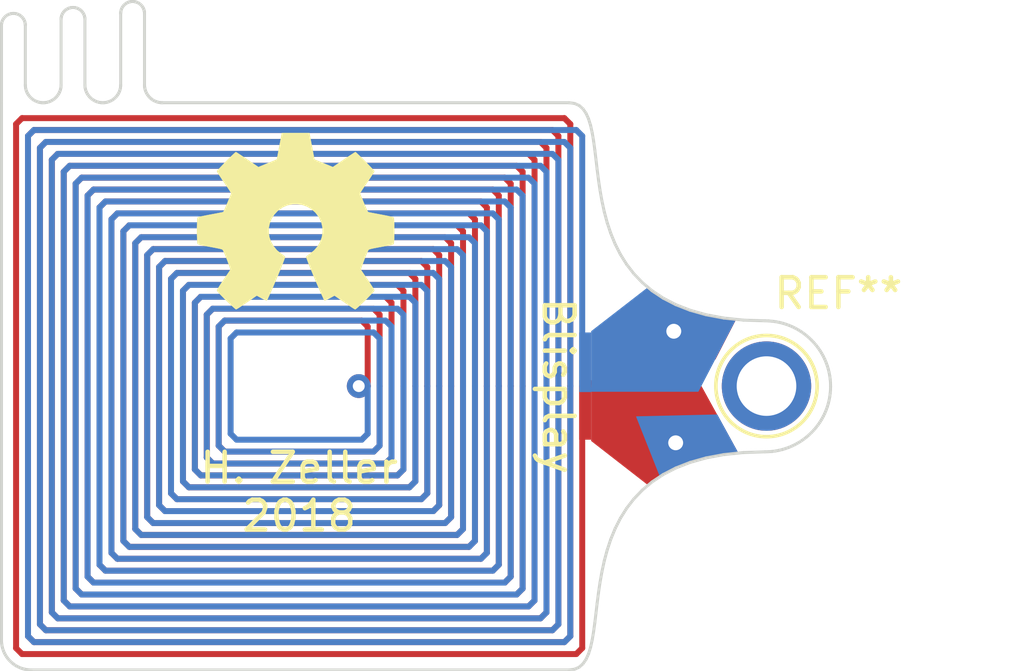
<source format=kicad_pcb>
(kicad_pcb (version 20171130) (host pcbnew "(6.0.0-rc1-dev-1037-gd95372436)")

  (general
    (thickness 0.4)
    (drawings 617)
    (tracks 2)
    (zones 0)
    (modules 5)
    (nets 3)
  )

  (page A4)
  (layers
    (0 F.Cu signal)
    (31 B.Cu signal)
    (32 B.Adhes user)
    (33 F.Adhes user)
    (34 B.Paste user)
    (35 F.Paste user)
    (36 B.SilkS user)
    (37 F.SilkS user)
    (38 B.Mask user hide)
    (39 F.Mask user)
    (40 Dwgs.User user)
    (41 Cmts.User user)
    (42 Eco1.User user)
    (43 Eco2.User user)
    (44 Edge.Cuts user)
    (45 Margin user)
    (46 B.CrtYd user)
    (47 F.CrtYd user)
    (48 B.Fab user)
    (49 F.Fab user)
  )

  (setup
    (last_trace_width 0.25)
    (trace_clearance 0.2)
    (zone_clearance 0)
    (zone_45_only no)
    (trace_min 0.2)
    (via_size 0.8)
    (via_drill 0.4)
    (via_min_size 0.4)
    (via_min_drill 0.3)
    (uvia_size 0.3)
    (uvia_drill 0.1)
    (uvias_allowed no)
    (uvia_min_size 0.2)
    (uvia_min_drill 0.1)
    (edge_width 0.05)
    (segment_width 0.2)
    (pcb_text_width 0.3)
    (pcb_text_size 1.5 1.5)
    (mod_edge_width 0.12)
    (mod_text_size 1 1)
    (mod_text_width 0.15)
    (pad_size 1.4 1.4)
    (pad_drill 0.5)
    (pad_to_mask_clearance 0.051)
    (solder_mask_min_width 0.25)
    (aux_axis_origin 0 0)
    (grid_origin 150.368 95.3135)
    (visible_elements FFFFFF7F)
    (pcbplotparams
      (layerselection 0x010f0_ffffffff)
      (usegerberextensions false)
      (usegerberattributes false)
      (usegerberadvancedattributes false)
      (creategerberjobfile false)
      (excludeedgelayer true)
      (linewidth 0.100000)
      (plotframeref false)
      (viasonmask false)
      (mode 1)
      (useauxorigin false)
      (hpglpennumber 1)
      (hpglpenspeed 20)
      (hpglpendiameter 15.000000)
      (psnegative false)
      (psa4output false)
      (plotreference true)
      (plotvalue true)
      (plotinvisibletext false)
      (padsonsilk false)
      (subtractmaskfromsilk false)
      (outputformat 1)
      (mirror false)
      (drillshape 0)
      (scaleselection 1)
      (outputdirectory "plot"))
  )

  (net 0 "")
  (net 1 A)
  (net 2 B)

  (net_class Default "This is the default net class."
    (clearance 0.2)
    (trace_width 0.25)
    (via_dia 0.8)
    (via_drill 0.4)
    (uvia_dia 0.3)
    (uvia_drill 0.1)
    (add_net A)
    (add_net B)
  )

  (module Blisplay:coil (layer F.Cu) (tedit 5BB901A2) (tstamp 5BB91772)
    (at 134.6835 95.3135)
    (path /5BB90D0E)
    (fp_text reference L1 (at 0 0) (layer F.SilkS) hide
      (effects (font (size 1.524 1.524) (thickness 0.3)))
    )
    (fp_text value INDUCTOR (at 0 -2.54) (layer F.SilkS) hide
      (effects (font (size 1.524 1.524) (thickness 0.3)))
    )
    (fp_line (start 9.5 -8.4) (end 9.5 0) (layer B.Cu) (width 0.2))
    (fp_line (start 9.3 -8.6) (end 9.5 -8.4) (layer B.Cu) (width 0.2))
    (fp_line (start -8.9 -8.6) (end 9.3 -8.6) (layer B.Cu) (width 0.2))
    (fp_line (start -9.1 -8.4) (end -8.9 -8.6) (layer B.Cu) (width 0.2))
    (fp_line (start -9.1 8.4) (end -9.1 -8.4) (layer B.Cu) (width 0.2))
    (fp_line (start -8.9 8.6) (end -9.1 8.4) (layer B.Cu) (width 0.2))
    (fp_line (start 8.9 8.6) (end -8.9 8.6) (layer B.Cu) (width 0.2))
    (fp_line (start 9.1 8.4) (end 8.9 8.6) (layer B.Cu) (width 0.2))
    (fp_line (start 9.1 0) (end 9.1 8.4) (layer B.Cu) (width 0.2))
    (fp_line (start 9.1 -8) (end 9.1 0) (layer B.Cu) (width 0.2))
    (fp_line (start 8.9 -8.2) (end 9.1 -8) (layer B.Cu) (width 0.2))
    (fp_line (start -8.5 -8.2) (end 8.9 -8.2) (layer B.Cu) (width 0.2))
    (fp_line (start -8.7 -8) (end -8.5 -8.2) (layer B.Cu) (width 0.2))
    (fp_line (start -8.7 8) (end -8.7 -8) (layer B.Cu) (width 0.2))
    (fp_line (start -8.5 8.2) (end -8.7 8) (layer B.Cu) (width 0.2))
    (fp_line (start 8.5 8.2) (end -8.5 8.2) (layer B.Cu) (width 0.2))
    (fp_line (start 8.7 8) (end 8.5 8.2) (layer B.Cu) (width 0.2))
    (fp_line (start 8.7 0) (end 8.7 8) (layer B.Cu) (width 0.2))
    (fp_line (start 8.7 -7.6) (end 8.7 0) (layer B.Cu) (width 0.2))
    (fp_line (start 8.5 -7.8) (end 8.7 -7.6) (layer B.Cu) (width 0.2))
    (fp_line (start -8.1 -7.8) (end 8.5 -7.8) (layer B.Cu) (width 0.2))
    (fp_line (start -8.3 -7.6) (end -8.1 -7.8) (layer B.Cu) (width 0.2))
    (fp_line (start -8.3 7.6) (end -8.3 -7.6) (layer B.Cu) (width 0.2))
    (fp_line (start -8.1 7.8) (end -8.3 7.6) (layer B.Cu) (width 0.2))
    (fp_line (start 8.1 7.8) (end -8.1 7.8) (layer B.Cu) (width 0.2))
    (fp_line (start 8.3 7.6) (end 8.1 7.8) (layer B.Cu) (width 0.2))
    (fp_line (start 8.3 0) (end 8.3 7.6) (layer B.Cu) (width 0.2))
    (fp_line (start 8.3 -7.2) (end 8.3 0) (layer B.Cu) (width 0.2))
    (fp_line (start 8.1 -7.4) (end 8.3 -7.2) (layer B.Cu) (width 0.2))
    (fp_line (start -7.7 -7.4) (end 8.1 -7.4) (layer B.Cu) (width 0.2))
    (fp_line (start -7.9 -7.2) (end -7.7 -7.4) (layer B.Cu) (width 0.2))
    (fp_line (start -7.9 7.2) (end -7.9 -7.2) (layer B.Cu) (width 0.2))
    (fp_line (start -7.7 7.4) (end -7.9 7.2) (layer B.Cu) (width 0.2))
    (fp_line (start 7.7 7.4) (end -7.7 7.4) (layer B.Cu) (width 0.2))
    (fp_line (start 7.9 7.2) (end 7.7 7.4) (layer B.Cu) (width 0.2))
    (fp_line (start 7.9 0) (end 7.9 7.2) (layer B.Cu) (width 0.2))
    (fp_line (start 7.9 -6.8) (end 7.9 0) (layer B.Cu) (width 0.2))
    (fp_line (start 7.7 -7) (end 7.9 -6.8) (layer B.Cu) (width 0.2))
    (fp_line (start -7.3 -7) (end 7.7 -7) (layer B.Cu) (width 0.2))
    (fp_line (start -7.5 -6.8) (end -7.3 -7) (layer B.Cu) (width 0.2))
    (fp_line (start -7.5 6.8) (end -7.5 -6.8) (layer B.Cu) (width 0.2))
    (fp_line (start -7.3 7) (end -7.5 6.8) (layer B.Cu) (width 0.2))
    (fp_line (start 7.3 7) (end -7.3 7) (layer B.Cu) (width 0.2))
    (fp_line (start 7.5 6.8) (end 7.3 7) (layer B.Cu) (width 0.2))
    (fp_line (start 7.5 0) (end 7.5 6.8) (layer B.Cu) (width 0.2))
    (fp_line (start 7.5 -6.4) (end 7.5 0) (layer B.Cu) (width 0.2))
    (fp_line (start 7.3 -6.6) (end 7.5 -6.4) (layer B.Cu) (width 0.2))
    (fp_line (start -6.9 -6.6) (end 7.3 -6.6) (layer B.Cu) (width 0.2))
    (fp_line (start -7.1 -6.4) (end -6.9 -6.6) (layer B.Cu) (width 0.2))
    (fp_line (start -7.1 6.4) (end -7.1 -6.4) (layer B.Cu) (width 0.2))
    (fp_line (start -6.9 6.6) (end -7.1 6.4) (layer B.Cu) (width 0.2))
    (fp_line (start 6.9 6.6) (end -6.9 6.6) (layer B.Cu) (width 0.2))
    (fp_line (start 7.1 6.4) (end 6.9 6.6) (layer B.Cu) (width 0.2))
    (fp_line (start 7.1 0) (end 7.1 6.4) (layer B.Cu) (width 0.2))
    (fp_line (start 7.1 -6) (end 7.1 0) (layer B.Cu) (width 0.2))
    (fp_line (start 6.9 -6.2) (end 7.1 -6) (layer B.Cu) (width 0.2))
    (fp_line (start -6.5 -6.2) (end 6.9 -6.2) (layer B.Cu) (width 0.2))
    (fp_line (start -6.7 -6) (end -6.5 -6.2) (layer B.Cu) (width 0.2))
    (fp_line (start -6.7 6) (end -6.7 -6) (layer B.Cu) (width 0.2))
    (fp_line (start -6.5 6.2) (end -6.7 6) (layer B.Cu) (width 0.2))
    (fp_line (start 6.5 6.2) (end -6.5 6.2) (layer B.Cu) (width 0.2))
    (fp_line (start 6.7 6) (end 6.5 6.2) (layer B.Cu) (width 0.2))
    (fp_line (start 6.7 0) (end 6.7 6) (layer B.Cu) (width 0.2))
    (fp_line (start 6.7 -5.6) (end 6.7 0) (layer B.Cu) (width 0.2))
    (fp_line (start 6.5 -5.8) (end 6.7 -5.6) (layer B.Cu) (width 0.2))
    (fp_line (start -6.1 -5.8) (end 6.5 -5.8) (layer B.Cu) (width 0.2))
    (fp_line (start -6.3 -5.6) (end -6.1 -5.8) (layer B.Cu) (width 0.2))
    (fp_line (start -6.3 5.6) (end -6.3 -5.6) (layer B.Cu) (width 0.2))
    (fp_line (start -6.1 5.8) (end -6.3 5.6) (layer B.Cu) (width 0.2))
    (fp_line (start 6.1 5.8) (end -6.1 5.8) (layer B.Cu) (width 0.2))
    (fp_line (start 6.3 5.6) (end 6.1 5.8) (layer B.Cu) (width 0.2))
    (fp_line (start 6.3 0) (end 6.3 5.6) (layer B.Cu) (width 0.2))
    (fp_line (start 6.3 -5.2) (end 6.3 0) (layer B.Cu) (width 0.2))
    (fp_line (start 6.1 -5.4) (end 6.3 -5.2) (layer B.Cu) (width 0.2))
    (fp_line (start -5.7 -5.4) (end 6.1 -5.4) (layer B.Cu) (width 0.2))
    (fp_line (start -5.9 -5.2) (end -5.7 -5.4) (layer B.Cu) (width 0.2))
    (fp_line (start -5.9 5.2) (end -5.9 -5.2) (layer B.Cu) (width 0.2))
    (fp_line (start -5.7 5.4) (end -5.9 5.2) (layer B.Cu) (width 0.2))
    (fp_line (start 5.7 5.4) (end -5.7 5.4) (layer B.Cu) (width 0.2))
    (fp_line (start 5.9 5.2) (end 5.7 5.4) (layer B.Cu) (width 0.2))
    (fp_line (start 5.9 0) (end 5.9 5.2) (layer B.Cu) (width 0.2))
    (fp_line (start 5.9 -4.8) (end 5.9 0) (layer B.Cu) (width 0.2))
    (fp_line (start 5.7 -5) (end 5.9 -4.8) (layer B.Cu) (width 0.2))
    (fp_line (start -5.3 -5) (end 5.7 -5) (layer B.Cu) (width 0.2))
    (fp_line (start -5.5 -4.8) (end -5.3 -5) (layer B.Cu) (width 0.2))
    (fp_line (start -5.5 4.8) (end -5.5 -4.8) (layer B.Cu) (width 0.2))
    (fp_line (start -5.3 5) (end -5.5 4.8) (layer B.Cu) (width 0.2))
    (fp_line (start 5.3 5) (end -5.3 5) (layer B.Cu) (width 0.2))
    (fp_line (start 5.5 4.8) (end 5.3 5) (layer B.Cu) (width 0.2))
    (fp_line (start 5.5 0) (end 5.5 4.8) (layer B.Cu) (width 0.2))
    (fp_line (start 5.5 -4.4) (end 5.5 0) (layer B.Cu) (width 0.2))
    (fp_line (start 5.3 -4.6) (end 5.5 -4.4) (layer B.Cu) (width 0.2))
    (fp_line (start -4.9 -4.6) (end 5.3 -4.6) (layer B.Cu) (width 0.2))
    (fp_line (start -5.1 -4.4) (end -4.9 -4.6) (layer B.Cu) (width 0.2))
    (fp_line (start -5.1 4.4) (end -5.1 -4.4) (layer B.Cu) (width 0.2))
    (fp_line (start -4.9 4.6) (end -5.1 4.4) (layer B.Cu) (width 0.2))
    (fp_line (start 4.9 4.6) (end -4.9 4.6) (layer B.Cu) (width 0.2))
    (fp_line (start 5.1 4.4) (end 4.9 4.6) (layer B.Cu) (width 0.2))
    (fp_line (start 5.1 0) (end 5.1 4.4) (layer B.Cu) (width 0.2))
    (fp_line (start 5.1 -4) (end 5.1 0) (layer B.Cu) (width 0.2))
    (fp_line (start 4.9 -4.2) (end 5.1 -4) (layer B.Cu) (width 0.2))
    (fp_line (start -4.5 -4.2) (end 4.9 -4.2) (layer B.Cu) (width 0.2))
    (fp_line (start -4.7 -4) (end -4.5 -4.2) (layer B.Cu) (width 0.2))
    (fp_line (start -4.7 4) (end -4.7 -4) (layer B.Cu) (width 0.2))
    (fp_line (start -4.5 4.2) (end -4.7 4) (layer B.Cu) (width 0.2))
    (fp_line (start 4.5 4.2) (end -4.5 4.2) (layer B.Cu) (width 0.2))
    (fp_line (start 4.7 4) (end 4.5 4.2) (layer B.Cu) (width 0.2))
    (fp_line (start 4.7 0) (end 4.7 4) (layer B.Cu) (width 0.2))
    (fp_line (start 4.7 -3.6) (end 4.7 0) (layer B.Cu) (width 0.2))
    (fp_line (start 4.5 -3.8) (end 4.7 -3.6) (layer B.Cu) (width 0.2))
    (fp_line (start -4.1 -3.8) (end 4.5 -3.8) (layer B.Cu) (width 0.2))
    (fp_line (start -4.3 -3.6) (end -4.1 -3.8) (layer B.Cu) (width 0.2))
    (fp_line (start -4.3 3.6) (end -4.3 -3.6) (layer B.Cu) (width 0.2))
    (fp_line (start -4.1 3.8) (end -4.3 3.6) (layer B.Cu) (width 0.2))
    (fp_line (start 4.1 3.8) (end -4.1 3.8) (layer B.Cu) (width 0.2))
    (fp_line (start 4.3 3.6) (end 4.1 3.8) (layer B.Cu) (width 0.2))
    (fp_line (start 4.3 0) (end 4.3 3.6) (layer B.Cu) (width 0.2))
    (fp_line (start 4.3 -3.2) (end 4.3 0) (layer B.Cu) (width 0.2))
    (fp_line (start 4.1 -3.4) (end 4.3 -3.2) (layer B.Cu) (width 0.2))
    (fp_line (start -3.7 -3.4) (end 4.1 -3.4) (layer B.Cu) (width 0.2))
    (fp_line (start -3.9 -3.2) (end -3.7 -3.4) (layer B.Cu) (width 0.2))
    (fp_line (start -3.9 3.2) (end -3.9 -3.2) (layer B.Cu) (width 0.2))
    (fp_line (start -3.7 3.4) (end -3.9 3.2) (layer B.Cu) (width 0.2))
    (fp_line (start 3.7 3.4) (end -3.7 3.4) (layer B.Cu) (width 0.2))
    (fp_line (start 3.9 3.2) (end 3.7 3.4) (layer B.Cu) (width 0.2))
    (fp_line (start 3.9 0) (end 3.9 3.2) (layer B.Cu) (width 0.2))
    (fp_line (start 3.9 -2.8) (end 3.9 0) (layer B.Cu) (width 0.2))
    (fp_line (start 3.7 -3) (end 3.9 -2.8) (layer B.Cu) (width 0.2))
    (fp_line (start -3.3 -3) (end 3.7 -3) (layer B.Cu) (width 0.2))
    (fp_line (start -3.5 -2.8) (end -3.3 -3) (layer B.Cu) (width 0.2))
    (fp_line (start -3.5 2.8) (end -3.5 -2.8) (layer B.Cu) (width 0.2))
    (fp_line (start -3.3 3) (end -3.5 2.8) (layer B.Cu) (width 0.2))
    (fp_line (start 3.3 3) (end -3.3 3) (layer B.Cu) (width 0.2))
    (fp_line (start 3.5 2.8) (end 3.3 3) (layer B.Cu) (width 0.2))
    (fp_line (start 3.5 0) (end 3.5 2.8) (layer B.Cu) (width 0.2))
    (fp_line (start 3.5 -2.4) (end 3.5 0) (layer B.Cu) (width 0.2))
    (fp_line (start 3.3 -2.6) (end 3.5 -2.4) (layer B.Cu) (width 0.2))
    (fp_line (start -2.9 -2.6) (end 3.3 -2.6) (layer B.Cu) (width 0.2))
    (fp_line (start -3.1 -2.4) (end -2.9 -2.6) (layer B.Cu) (width 0.2))
    (fp_line (start -3.1 2.4) (end -3.1 -2.4) (layer B.Cu) (width 0.2))
    (fp_line (start -2.9 2.6) (end -3.1 2.4) (layer B.Cu) (width 0.2))
    (fp_line (start 2.9 2.6) (end -2.9 2.6) (layer B.Cu) (width 0.2))
    (fp_line (start 3.1 2.4) (end 2.9 2.6) (layer B.Cu) (width 0.2))
    (fp_line (start 3.1 0) (end 3.1 2.4) (layer B.Cu) (width 0.2))
    (fp_line (start 3.1 -2) (end 3.1 0) (layer B.Cu) (width 0.2))
    (fp_line (start 2.9 -2.2) (end 3.1 -2) (layer B.Cu) (width 0.2))
    (fp_line (start -2.5 -2.2) (end 2.9 -2.2) (layer B.Cu) (width 0.2))
    (fp_line (start -2.7 -2) (end -2.5 -2.2) (layer B.Cu) (width 0.2))
    (fp_line (start -2.7 2) (end -2.7 -2) (layer B.Cu) (width 0.2))
    (fp_line (start -2.5 2.2) (end -2.7 2) (layer B.Cu) (width 0.2))
    (fp_line (start 2.5 2.2) (end -2.5 2.2) (layer B.Cu) (width 0.2))
    (fp_line (start 2.7 2) (end 2.5 2.2) (layer B.Cu) (width 0.2))
    (fp_line (start 2.7 0) (end 2.7 2) (layer B.Cu) (width 0.2))
    (fp_line (start 2.7 -1.6) (end 2.7 0) (layer B.Cu) (width 0.2))
    (fp_line (start 2.5 -1.8) (end 2.7 -1.6) (layer B.Cu) (width 0.2))
    (fp_line (start -2.1 -1.8) (end 2.5 -1.8) (layer B.Cu) (width 0.2))
    (fp_line (start -2.3 -1.6) (end -2.1 -1.8) (layer B.Cu) (width 0.2))
    (fp_line (start -2.3 1.6) (end -2.3 -1.6) (layer B.Cu) (width 0.2))
    (fp_line (start -2.1 1.8) (end -2.3 1.6) (layer B.Cu) (width 0.2))
    (fp_line (start 2.1 1.8) (end -2.1 1.8) (layer B.Cu) (width 0.2))
    (fp_line (start 2.3 1.6) (end 2.1 1.8) (layer B.Cu) (width 0.2))
    (fp_line (start 2.3 0) (end 2.3 1.6) (layer B.Cu) (width 0.2))
    (fp_line (start 1.9 0) (end 2.3 0) (layer B.Cu) (width 0.2))
    (fp_line (start 2.3 0) (end 1.9 0) (layer F.Cu) (width 0.2))
    (fp_line (start 2.3 -2) (end 2.3 0) (layer F.Cu) (width 0.2))
    (fp_line (start 2.1 -2.2) (end 2.3 -2) (layer F.Cu) (width 0.2))
    (fp_line (start -2.5 -2.2) (end 2.1 -2.2) (layer F.Cu) (width 0.2))
    (fp_line (start -2.7 -2) (end -2.5 -2.2) (layer F.Cu) (width 0.2))
    (fp_line (start -2.7 2) (end -2.7 -2) (layer F.Cu) (width 0.2))
    (fp_line (start -2.5 2.2) (end -2.7 2) (layer F.Cu) (width 0.2))
    (fp_line (start 2.5 2.2) (end -2.5 2.2) (layer F.Cu) (width 0.2))
    (fp_line (start 2.7 2) (end 2.5 2.2) (layer F.Cu) (width 0.2))
    (fp_line (start 2.7 0) (end 2.7 2) (layer F.Cu) (width 0.2))
    (fp_line (start 2.7 -2.4) (end 2.7 0) (layer F.Cu) (width 0.2))
    (fp_line (start 2.5 -2.6) (end 2.7 -2.4) (layer F.Cu) (width 0.2))
    (fp_line (start -2.9 -2.6) (end 2.5 -2.6) (layer F.Cu) (width 0.2))
    (fp_line (start -3.1 -2.4) (end -2.9 -2.6) (layer F.Cu) (width 0.2))
    (fp_line (start -3.1 2.4) (end -3.1 -2.4) (layer F.Cu) (width 0.2))
    (fp_line (start -2.9 2.6) (end -3.1 2.4) (layer F.Cu) (width 0.2))
    (fp_line (start 2.9 2.6) (end -2.9 2.6) (layer F.Cu) (width 0.2))
    (fp_line (start 3.1 2.4) (end 2.9 2.6) (layer F.Cu) (width 0.2))
    (fp_line (start 3.1 0) (end 3.1 2.4) (layer F.Cu) (width 0.2))
    (fp_line (start 3.1 -2.8) (end 3.1 0) (layer F.Cu) (width 0.2))
    (fp_line (start 2.9 -3) (end 3.1 -2.8) (layer F.Cu) (width 0.2))
    (fp_line (start -3.3 -3) (end 2.9 -3) (layer F.Cu) (width 0.2))
    (fp_line (start -3.5 -2.8) (end -3.3 -3) (layer F.Cu) (width 0.2))
    (fp_line (start -3.5 2.8) (end -3.5 -2.8) (layer F.Cu) (width 0.2))
    (fp_line (start -3.3 3) (end -3.5 2.8) (layer F.Cu) (width 0.2))
    (fp_line (start 3.3 3) (end -3.3 3) (layer F.Cu) (width 0.2))
    (fp_line (start 3.5 2.8) (end 3.3 3) (layer F.Cu) (width 0.2))
    (fp_line (start 3.5 0) (end 3.5 2.8) (layer F.Cu) (width 0.2))
    (fp_line (start 3.5 -3.2) (end 3.5 0) (layer F.Cu) (width 0.2))
    (fp_line (start 3.3 -3.4) (end 3.5 -3.2) (layer F.Cu) (width 0.2))
    (fp_line (start -3.7 -3.4) (end 3.3 -3.4) (layer F.Cu) (width 0.2))
    (fp_line (start -3.9 -3.2) (end -3.7 -3.4) (layer F.Cu) (width 0.2))
    (fp_line (start -3.9 3.2) (end -3.9 -3.2) (layer F.Cu) (width 0.2))
    (fp_line (start -3.7 3.4) (end -3.9 3.2) (layer F.Cu) (width 0.2))
    (fp_line (start 3.7 3.4) (end -3.7 3.4) (layer F.Cu) (width 0.2))
    (fp_line (start 3.9 3.2) (end 3.7 3.4) (layer F.Cu) (width 0.2))
    (fp_line (start 3.9 0) (end 3.9 3.2) (layer F.Cu) (width 0.2))
    (fp_line (start 3.9 -3.6) (end 3.9 0) (layer F.Cu) (width 0.2))
    (fp_line (start 3.7 -3.8) (end 3.9 -3.6) (layer F.Cu) (width 0.2))
    (fp_line (start -4.1 -3.8) (end 3.7 -3.8) (layer F.Cu) (width 0.2))
    (fp_line (start -4.3 -3.6) (end -4.1 -3.8) (layer F.Cu) (width 0.2))
    (fp_line (start -4.3 3.6) (end -4.3 -3.6) (layer F.Cu) (width 0.2))
    (fp_line (start -4.1 3.8) (end -4.3 3.6) (layer F.Cu) (width 0.2))
    (fp_line (start 4.1 3.8) (end -4.1 3.8) (layer F.Cu) (width 0.2))
    (fp_line (start 4.3 3.6) (end 4.1 3.8) (layer F.Cu) (width 0.2))
    (fp_line (start 4.3 0) (end 4.3 3.6) (layer F.Cu) (width 0.2))
    (fp_line (start 4.3 -4) (end 4.3 0) (layer F.Cu) (width 0.2))
    (fp_line (start 4.1 -4.2) (end 4.3 -4) (layer F.Cu) (width 0.2))
    (fp_line (start -4.5 -4.2) (end 4.1 -4.2) (layer F.Cu) (width 0.2))
    (fp_line (start -4.7 -4) (end -4.5 -4.2) (layer F.Cu) (width 0.2))
    (fp_line (start -4.7 4) (end -4.7 -4) (layer F.Cu) (width 0.2))
    (fp_line (start -4.5 4.2) (end -4.7 4) (layer F.Cu) (width 0.2))
    (fp_line (start 4.5 4.2) (end -4.5 4.2) (layer F.Cu) (width 0.2))
    (fp_line (start 4.7 4) (end 4.5 4.2) (layer F.Cu) (width 0.2))
    (fp_line (start 4.7 0) (end 4.7 4) (layer F.Cu) (width 0.2))
    (fp_line (start 4.7 -4.4) (end 4.7 0) (layer F.Cu) (width 0.2))
    (fp_line (start 4.5 -4.6) (end 4.7 -4.4) (layer F.Cu) (width 0.2))
    (fp_line (start -4.9 -4.6) (end 4.5 -4.6) (layer F.Cu) (width 0.2))
    (fp_line (start -5.1 -4.4) (end -4.9 -4.6) (layer F.Cu) (width 0.2))
    (fp_line (start -5.1 4.4) (end -5.1 -4.4) (layer F.Cu) (width 0.2))
    (fp_line (start -4.9 4.6) (end -5.1 4.4) (layer F.Cu) (width 0.2))
    (fp_line (start 4.9 4.6) (end -4.9 4.6) (layer F.Cu) (width 0.2))
    (fp_line (start 5.1 4.4) (end 4.9 4.6) (layer F.Cu) (width 0.2))
    (fp_line (start 5.1 0) (end 5.1 4.4) (layer F.Cu) (width 0.2))
    (fp_line (start 5.1 -4.8) (end 5.1 0) (layer F.Cu) (width 0.2))
    (fp_line (start 4.9 -5) (end 5.1 -4.8) (layer F.Cu) (width 0.2))
    (fp_line (start -5.3 -5) (end 4.9 -5) (layer F.Cu) (width 0.2))
    (fp_line (start -5.5 -4.8) (end -5.3 -5) (layer F.Cu) (width 0.2))
    (fp_line (start -5.5 4.8) (end -5.5 -4.8) (layer F.Cu) (width 0.2))
    (fp_line (start -5.3 5) (end -5.5 4.8) (layer F.Cu) (width 0.2))
    (fp_line (start 5.3 5) (end -5.3 5) (layer F.Cu) (width 0.2))
    (fp_line (start 5.5 4.8) (end 5.3 5) (layer F.Cu) (width 0.2))
    (fp_line (start 5.5 0) (end 5.5 4.8) (layer F.Cu) (width 0.2))
    (fp_line (start 5.5 -5.2) (end 5.5 0) (layer F.Cu) (width 0.2))
    (fp_line (start 5.3 -5.4) (end 5.5 -5.2) (layer F.Cu) (width 0.2))
    (fp_line (start -5.7 -5.4) (end 5.3 -5.4) (layer F.Cu) (width 0.2))
    (fp_line (start -5.9 -5.2) (end -5.7 -5.4) (layer F.Cu) (width 0.2))
    (fp_line (start -5.9 5.2) (end -5.9 -5.2) (layer F.Cu) (width 0.2))
    (fp_line (start -5.7 5.4) (end -5.9 5.2) (layer F.Cu) (width 0.2))
    (fp_line (start 5.7 5.4) (end -5.7 5.4) (layer F.Cu) (width 0.2))
    (fp_line (start 5.9 5.2) (end 5.7 5.4) (layer F.Cu) (width 0.2))
    (fp_line (start 5.9 0) (end 5.9 5.2) (layer F.Cu) (width 0.2))
    (fp_line (start 5.9 -5.6) (end 5.9 0) (layer F.Cu) (width 0.2))
    (fp_line (start 5.7 -5.8) (end 5.9 -5.6) (layer F.Cu) (width 0.2))
    (fp_line (start -6.1 -5.8) (end 5.7 -5.8) (layer F.Cu) (width 0.2))
    (fp_line (start -6.3 -5.6) (end -6.1 -5.8) (layer F.Cu) (width 0.2))
    (fp_line (start -6.3 5.6) (end -6.3 -5.6) (layer F.Cu) (width 0.2))
    (fp_line (start -6.1 5.8) (end -6.3 5.6) (layer F.Cu) (width 0.2))
    (fp_line (start 6.1 5.8) (end -6.1 5.8) (layer F.Cu) (width 0.2))
    (fp_line (start 6.3 5.6) (end 6.1 5.8) (layer F.Cu) (width 0.2))
    (fp_line (start 6.3 0) (end 6.3 5.6) (layer F.Cu) (width 0.2))
    (fp_line (start 6.3 -6) (end 6.3 0) (layer F.Cu) (width 0.2))
    (fp_line (start 6.1 -6.2) (end 6.3 -6) (layer F.Cu) (width 0.2))
    (fp_line (start -6.5 -6.2) (end 6.1 -6.2) (layer F.Cu) (width 0.2))
    (fp_line (start -6.7 -6) (end -6.5 -6.2) (layer F.Cu) (width 0.2))
    (fp_line (start -6.7 6) (end -6.7 -6) (layer F.Cu) (width 0.2))
    (fp_line (start -6.5 6.2) (end -6.7 6) (layer F.Cu) (width 0.2))
    (fp_line (start 6.5 6.2) (end -6.5 6.2) (layer F.Cu) (width 0.2))
    (fp_line (start 6.7 6) (end 6.5 6.2) (layer F.Cu) (width 0.2))
    (fp_line (start 6.7 0) (end 6.7 6) (layer F.Cu) (width 0.2))
    (fp_line (start 6.7 -6.4) (end 6.7 0) (layer F.Cu) (width 0.2))
    (fp_line (start 6.5 -6.6) (end 6.7 -6.4) (layer F.Cu) (width 0.2))
    (fp_line (start -6.9 -6.6) (end 6.5 -6.6) (layer F.Cu) (width 0.2))
    (fp_line (start -7.1 -6.4) (end -6.9 -6.6) (layer F.Cu) (width 0.2))
    (fp_line (start -7.1 6.4) (end -7.1 -6.4) (layer F.Cu) (width 0.2))
    (fp_line (start -6.9 6.6) (end -7.1 6.4) (layer F.Cu) (width 0.2))
    (fp_line (start 6.9 6.6) (end -6.9 6.6) (layer F.Cu) (width 0.2))
    (fp_line (start 7.1 6.4) (end 6.9 6.6) (layer F.Cu) (width 0.2))
    (fp_line (start 7.1 0) (end 7.1 6.4) (layer F.Cu) (width 0.2))
    (fp_line (start 7.1 -6.8) (end 7.1 0) (layer F.Cu) (width 0.2))
    (fp_line (start 6.9 -7) (end 7.1 -6.8) (layer F.Cu) (width 0.2))
    (fp_line (start -7.3 -7) (end 6.9 -7) (layer F.Cu) (width 0.2))
    (fp_line (start -7.5 -6.8) (end -7.3 -7) (layer F.Cu) (width 0.2))
    (fp_line (start -7.5 6.8) (end -7.5 -6.8) (layer F.Cu) (width 0.2))
    (fp_line (start -7.3 7) (end -7.5 6.8) (layer F.Cu) (width 0.2))
    (fp_line (start 7.3 7) (end -7.3 7) (layer F.Cu) (width 0.2))
    (fp_line (start 7.5 6.8) (end 7.3 7) (layer F.Cu) (width 0.2))
    (fp_line (start 7.5 0) (end 7.5 6.8) (layer F.Cu) (width 0.2))
    (fp_line (start 7.5 -7.2) (end 7.5 0) (layer F.Cu) (width 0.2))
    (fp_line (start 7.3 -7.4) (end 7.5 -7.2) (layer F.Cu) (width 0.2))
    (fp_line (start -7.7 -7.4) (end 7.3 -7.4) (layer F.Cu) (width 0.2))
    (fp_line (start -7.9 -7.2) (end -7.7 -7.4) (layer F.Cu) (width 0.2))
    (fp_line (start -7.9 7.2) (end -7.9 -7.2) (layer F.Cu) (width 0.2))
    (fp_line (start -7.7 7.4) (end -7.9 7.2) (layer F.Cu) (width 0.2))
    (fp_line (start 7.7 7.4) (end -7.7 7.4) (layer F.Cu) (width 0.2))
    (fp_line (start 7.9 7.2) (end 7.7 7.4) (layer F.Cu) (width 0.2))
    (fp_line (start 7.9 0) (end 7.9 7.2) (layer F.Cu) (width 0.2))
    (fp_line (start 7.9 -7.6) (end 7.9 0) (layer F.Cu) (width 0.2))
    (fp_line (start 7.7 -7.8) (end 7.9 -7.6) (layer F.Cu) (width 0.2))
    (fp_line (start -8.1 -7.8) (end 7.7 -7.8) (layer F.Cu) (width 0.2))
    (fp_line (start -8.3 -7.6) (end -8.1 -7.8) (layer F.Cu) (width 0.2))
    (fp_line (start -8.3 7.6) (end -8.3 -7.6) (layer F.Cu) (width 0.2))
    (fp_line (start -8.1 7.8) (end -8.3 7.6) (layer F.Cu) (width 0.2))
    (fp_line (start 8.1 7.8) (end -8.1 7.8) (layer F.Cu) (width 0.2))
    (fp_line (start 8.3 7.6) (end 8.1 7.8) (layer F.Cu) (width 0.2))
    (fp_line (start 8.3 0) (end 8.3 7.6) (layer F.Cu) (width 0.2))
    (fp_line (start 8.3 -8) (end 8.3 0) (layer F.Cu) (width 0.2))
    (fp_line (start 8.1 -8.2) (end 8.3 -8) (layer F.Cu) (width 0.2))
    (fp_line (start -8.5 -8.2) (end 8.1 -8.2) (layer F.Cu) (width 0.2))
    (fp_line (start -8.7 -8) (end -8.5 -8.2) (layer F.Cu) (width 0.2))
    (fp_line (start -8.7 8) (end -8.7 -8) (layer F.Cu) (width 0.2))
    (fp_line (start -8.5 8.2) (end -8.7 8) (layer F.Cu) (width 0.2))
    (fp_line (start 8.5 8.2) (end -8.5 8.2) (layer F.Cu) (width 0.2))
    (fp_line (start 8.7 8) (end 8.5 8.2) (layer F.Cu) (width 0.2))
    (fp_line (start 8.7 0) (end 8.7 8) (layer F.Cu) (width 0.2))
    (fp_line (start 8.7 -8.4) (end 8.7 0) (layer F.Cu) (width 0.2))
    (fp_line (start 8.5 -8.6) (end 8.7 -8.4) (layer F.Cu) (width 0.2))
    (fp_line (start -8.9 -8.6) (end 8.5 -8.6) (layer F.Cu) (width 0.2))
    (fp_line (start -9.1 -8.4) (end -8.9 -8.6) (layer F.Cu) (width 0.2))
    (fp_line (start -9.1 8.4) (end -9.1 -8.4) (layer F.Cu) (width 0.2))
    (fp_line (start -8.9 8.6) (end -9.1 8.4) (layer F.Cu) (width 0.2))
    (fp_line (start 8.9 8.6) (end -8.9 8.6) (layer F.Cu) (width 0.2))
    (fp_line (start 9.1 8.4) (end 8.9 8.6) (layer F.Cu) (width 0.2))
    (fp_line (start 9.1 0) (end 9.1 8.4) (layer F.Cu) (width 0.2))
    (fp_line (start 9.1 -8.8) (end 9.1 0) (layer F.Cu) (width 0.2))
    (fp_line (start 8.9 -9) (end 9.1 -8.8) (layer F.Cu) (width 0.2))
    (fp_line (start -9.3 -9) (end 8.9 -9) (layer F.Cu) (width 0.2))
    (fp_line (start -9.5 -8.8) (end -9.3 -9) (layer F.Cu) (width 0.2))
    (fp_line (start -9.5 8.8) (end -9.5 -8.8) (layer F.Cu) (width 0.2))
    (fp_line (start -9.3 9) (end -9.5 8.8) (layer F.Cu) (width 0.2))
    (fp_line (start 9.3 9) (end -9.3 9) (layer F.Cu) (width 0.2))
    (fp_line (start 9.5 8.8) (end 9.3 9) (layer F.Cu) (width 0.2))
    (fp_line (start 9.5 0) (end 9.5 8.8) (layer F.Cu) (width 0.2))
    (pad "" thru_hole circle (at 2 0) (size 0.8 0.8) (drill 0.4) (layers *.Cu)
      (zone_connect 2))
    (pad 2 smd rect (at 9.6 -0.8) (size 0.4 2) (layers B.Cu)
      (net 2 B))
    (pad 1 smd rect (at 9.6 0.8) (size 0.4 2) (layers F.Cu)
      (net 1 A))
  )

  (module Connectors:Pin_d0.7mm_L6.5mm_W1.8mm_FlatFork (layer F.Cu) (tedit 5BB93D0D) (tstamp 5BB9C67D)
    (at 147.32 97.2185)
    (descr "solder Pin_ with flat fork, hole diameter 0.7mm, length 6.5mm, width 1.8mm")
    (tags "solder Pin_ with flat fork")
    (path /5BB93740)
    (fp_text reference J1 (at -2.159 -0.1905) (layer F.SilkS) hide
      (effects (font (size 1 1) (thickness 0.15)))
    )
    (fp_text value Conn_01x01 (at 2.8575 3.8735) (layer F.Fab)
      (effects (font (size 1 1) (thickness 0.15)))
    )
    (fp_text user %R (at 0.127 1.9685) (layer F.Fab)
      (effects (font (size 1 1) (thickness 0.15)))
    )
    (pad 1 thru_hole circle (at 0 0) (size 1.4 1.4) (drill 0.5) (layers *.Cu *.Mask)
      (net 1 A))
  )

  (module Connectors:Pin_d0.7mm_L6.5mm_W1.8mm_FlatFork (layer F.Cu) (tedit 5BB93CED) (tstamp 5BB9C690)
    (at 147.2565 93.472)
    (descr "solder Pin_ with flat fork, hole diameter 0.7mm, length 6.5mm, width 1.8mm")
    (tags "solder Pin_ with flat fork")
    (path /5BB9378B)
    (fp_text reference J2 (at -2.2225 0.0635 90) (layer F.SilkS) hide
      (effects (font (size 1 1) (thickness 0.15)))
    )
    (fp_text value Conn_01x01 (at 2.921 -3.937) (layer F.Fab)
      (effects (font (size 1 1) (thickness 0.15)))
    )
    (fp_text user %R (at 0.1905 -2.4765) (layer F.Fab)
      (effects (font (size 1 1) (thickness 0.15)))
    )
    (pad 1 thru_hole circle (at 0 0) (size 1.4 1.4) (drill 0.5) (layers *.Cu *.Mask)
      (net 2 B))
  )

  (module Connectors_TestPoints:Test_Point_Plated_Hole_d2.0mm locked (layer F.Cu) (tedit 59B52CFF) (tstamp 5BB93F3D)
    (at 150.368 95.3135)
    (descr "Plated Hole as test Point, diameter 2.0mm")
    (tags "test point plated hole")
    (attr virtual)
    (fp_text reference REF** (at 2.413 -3.1115) (layer F.SilkS)
      (effects (font (size 1 1) (thickness 0.15)))
    )
    (fp_text value Fulcrum (at 5.5245 -0.0635) (layer F.Fab)
      (effects (font (size 1 1) (thickness 0.15)))
    )
    (fp_circle (center 0 0) (end 0 -1.7) (layer F.SilkS) (width 0.12))
    (fp_circle (center 0 0) (end 1.8 0) (layer F.CrtYd) (width 0.05))
    (fp_text user %R (at 4.7625 -1.5875) (layer F.Fab)
      (effects (font (size 1 1) (thickness 0.15)))
    )
    (pad 1 thru_hole circle (at 0 0) (size 3 3) (drill 2) (layers *.Cu *.Mask))
  )

  (module Symbols:OSHW-Symbol_6.7x6mm_SilkScreen (layer F.Cu) (tedit 0) (tstamp 5BBA3884)
    (at 134.5565 89.789)
    (descr "Open Source Hardware Symbol")
    (tags "Logo Symbol OSHW")
    (attr virtual)
    (fp_text reference REF*** (at 0 0) (layer F.SilkS) hide
      (effects (font (size 1 1) (thickness 0.15)))
    )
    (fp_text value OSHW-Symbol_6.7x6mm_SilkScreen (at 0.75 0) (layer F.Fab) hide
      (effects (font (size 1 1) (thickness 0.15)))
    )
    (fp_poly (pts (xy 0.555814 -2.531069) (xy 0.639635 -2.086445) (xy 0.94892 -1.958947) (xy 1.258206 -1.831449)
      (xy 1.629246 -2.083754) (xy 1.733157 -2.154004) (xy 1.827087 -2.216728) (xy 1.906652 -2.269062)
      (xy 1.96747 -2.308143) (xy 2.005157 -2.331107) (xy 2.015421 -2.336058) (xy 2.03391 -2.323324)
      (xy 2.07342 -2.288118) (xy 2.129522 -2.234938) (xy 2.197787 -2.168282) (xy 2.273786 -2.092646)
      (xy 2.353092 -2.012528) (xy 2.431275 -1.932426) (xy 2.503907 -1.856836) (xy 2.566559 -1.790255)
      (xy 2.614803 -1.737182) (xy 2.64421 -1.702113) (xy 2.651241 -1.690377) (xy 2.641123 -1.66874)
      (xy 2.612759 -1.621338) (xy 2.569129 -1.552807) (xy 2.513218 -1.467785) (xy 2.448006 -1.370907)
      (xy 2.410219 -1.31565) (xy 2.341343 -1.214752) (xy 2.28014 -1.123701) (xy 2.229578 -1.04703)
      (xy 2.192628 -0.989272) (xy 2.172258 -0.954957) (xy 2.169197 -0.947746) (xy 2.176136 -0.927252)
      (xy 2.195051 -0.879487) (xy 2.223087 -0.811168) (xy 2.257391 -0.729011) (xy 2.295109 -0.63973)
      (xy 2.333387 -0.550042) (xy 2.36937 -0.466662) (xy 2.400206 -0.396306) (xy 2.423039 -0.34569)
      (xy 2.435017 -0.321529) (xy 2.435724 -0.320578) (xy 2.454531 -0.315964) (xy 2.504618 -0.305672)
      (xy 2.580793 -0.290713) (xy 2.677865 -0.272099) (xy 2.790643 -0.250841) (xy 2.856442 -0.238582)
      (xy 2.97695 -0.215638) (xy 3.085797 -0.193805) (xy 3.177476 -0.174278) (xy 3.246481 -0.158252)
      (xy 3.287304 -0.146921) (xy 3.295511 -0.143326) (xy 3.303548 -0.118994) (xy 3.310033 -0.064041)
      (xy 3.31497 0.015108) (xy 3.318364 0.112026) (xy 3.320218 0.220287) (xy 3.320538 0.333465)
      (xy 3.319327 0.445135) (xy 3.31659 0.548868) (xy 3.312331 0.638241) (xy 3.306555 0.706826)
      (xy 3.299267 0.748197) (xy 3.294895 0.75681) (xy 3.268764 0.767133) (xy 3.213393 0.781892)
      (xy 3.136107 0.799352) (xy 3.04423 0.81778) (xy 3.012158 0.823741) (xy 2.857524 0.852066)
      (xy 2.735375 0.874876) (xy 2.641673 0.89308) (xy 2.572384 0.907583) (xy 2.523471 0.919292)
      (xy 2.490897 0.929115) (xy 2.470628 0.937956) (xy 2.458626 0.946724) (xy 2.456947 0.948457)
      (xy 2.440184 0.976371) (xy 2.414614 1.030695) (xy 2.382788 1.104777) (xy 2.34726 1.191965)
      (xy 2.310583 1.285608) (xy 2.275311 1.379052) (xy 2.243996 1.465647) (xy 2.219193 1.53874)
      (xy 2.203454 1.591678) (xy 2.199332 1.617811) (xy 2.199676 1.618726) (xy 2.213641 1.640086)
      (xy 2.245322 1.687084) (xy 2.291391 1.754827) (xy 2.348518 1.838423) (xy 2.413373 1.932982)
      (xy 2.431843 1.959854) (xy 2.497699 2.057275) (xy 2.55565 2.146163) (xy 2.602538 2.221412)
      (xy 2.635207 2.27792) (xy 2.6505 2.310581) (xy 2.651241 2.314593) (xy 2.638392 2.335684)
      (xy 2.602888 2.377464) (xy 2.549293 2.435445) (xy 2.482171 2.505135) (xy 2.406087 2.582045)
      (xy 2.325604 2.661683) (xy 2.245287 2.739561) (xy 2.169699 2.811186) (xy 2.103405 2.87207)
      (xy 2.050969 2.917721) (xy 2.016955 2.94365) (xy 2.007545 2.947883) (xy 1.985643 2.937912)
      (xy 1.9408 2.91102) (xy 1.880321 2.871736) (xy 1.833789 2.840117) (xy 1.749475 2.782098)
      (xy 1.649626 2.713784) (xy 1.549473 2.645579) (xy 1.495627 2.609075) (xy 1.313371 2.4858)
      (xy 1.160381 2.56852) (xy 1.090682 2.604759) (xy 1.031414 2.632926) (xy 0.991311 2.648991)
      (xy 0.981103 2.651226) (xy 0.968829 2.634722) (xy 0.944613 2.588082) (xy 0.910263 2.515609)
      (xy 0.867588 2.421606) (xy 0.818394 2.310374) (xy 0.76449 2.186215) (xy 0.707684 2.053432)
      (xy 0.649782 1.916327) (xy 0.592593 1.779202) (xy 0.537924 1.646358) (xy 0.487584 1.522098)
      (xy 0.44338 1.410725) (xy 0.407119 1.316539) (xy 0.380609 1.243844) (xy 0.365658 1.196941)
      (xy 0.363254 1.180833) (xy 0.382311 1.160286) (xy 0.424036 1.126933) (xy 0.479706 1.087702)
      (xy 0.484378 1.084599) (xy 0.628264 0.969423) (xy 0.744283 0.835053) (xy 0.83143 0.685784)
      (xy 0.888699 0.525913) (xy 0.915086 0.359737) (xy 0.909585 0.191552) (xy 0.87119 0.025655)
      (xy 0.798895 -0.133658) (xy 0.777626 -0.168513) (xy 0.666996 -0.309263) (xy 0.536302 -0.422286)
      (xy 0.390064 -0.506997) (xy 0.232808 -0.562806) (xy 0.069057 -0.589126) (xy -0.096667 -0.58537)
      (xy -0.259838 -0.55095) (xy -0.415935 -0.485277) (xy -0.560433 -0.387765) (xy -0.605131 -0.348187)
      (xy -0.718888 -0.224297) (xy -0.801782 -0.093876) (xy -0.858644 0.052315) (xy -0.890313 0.197088)
      (xy -0.898131 0.35986) (xy -0.872062 0.52344) (xy -0.814755 0.682298) (xy -0.728856 0.830906)
      (xy -0.617014 0.963735) (xy -0.481877 1.075256) (xy -0.464117 1.087011) (xy -0.40785 1.125508)
      (xy -0.365077 1.158863) (xy -0.344628 1.18016) (xy -0.344331 1.180833) (xy -0.348721 1.203871)
      (xy -0.366124 1.256157) (xy -0.394732 1.33339) (xy -0.432735 1.431268) (xy -0.478326 1.545491)
      (xy -0.529697 1.671758) (xy -0.585038 1.805767) (xy -0.642542 1.943218) (xy -0.700399 2.079808)
      (xy -0.756802 2.211237) (xy -0.809942 2.333205) (xy -0.85801 2.441409) (xy -0.899199 2.531549)
      (xy -0.931699 2.599323) (xy -0.953703 2.64043) (xy -0.962564 2.651226) (xy -0.98964 2.642819)
      (xy -1.040303 2.620272) (xy -1.105817 2.587613) (xy -1.141841 2.56852) (xy -1.294832 2.4858)
      (xy -1.477088 2.609075) (xy -1.570125 2.672228) (xy -1.671985 2.741727) (xy -1.767438 2.807165)
      (xy -1.81525 2.840117) (xy -1.882495 2.885273) (xy -1.939436 2.921057) (xy -1.978646 2.942938)
      (xy -1.991381 2.947563) (xy -2.009917 2.935085) (xy -2.050941 2.900252) (xy -2.110475 2.846678)
      (xy -2.184542 2.777983) (xy -2.269165 2.697781) (xy -2.322685 2.646286) (xy -2.416319 2.554286)
      (xy -2.497241 2.471999) (xy -2.562177 2.402945) (xy -2.607858 2.350644) (xy -2.631011 2.318616)
      (xy -2.633232 2.312116) (xy -2.622924 2.287394) (xy -2.594439 2.237405) (xy -2.550937 2.167212)
      (xy -2.495577 2.081875) (xy -2.43152 1.986456) (xy -2.413303 1.959854) (xy -2.346927 1.863167)
      (xy -2.287378 1.776117) (xy -2.237984 1.703595) (xy -2.202075 1.650493) (xy -2.182981 1.621703)
      (xy -2.181136 1.618726) (xy -2.183895 1.595782) (xy -2.198538 1.545336) (xy -2.222513 1.474041)
      (xy -2.253266 1.388547) (xy -2.288244 1.295507) (xy -2.324893 1.201574) (xy -2.360661 1.113399)
      (xy -2.392994 1.037634) (xy -2.419338 0.980931) (xy -2.437142 0.949943) (xy -2.438407 0.948457)
      (xy -2.449294 0.939601) (xy -2.467682 0.930843) (xy -2.497606 0.921277) (xy -2.543103 0.909996)
      (xy -2.608209 0.896093) (xy -2.696961 0.878663) (xy -2.813393 0.856798) (xy -2.961542 0.829591)
      (xy -2.993618 0.823741) (xy -3.088686 0.805374) (xy -3.171565 0.787405) (xy -3.23493 0.771569)
      (xy -3.271458 0.7596) (xy -3.276356 0.75681) (xy -3.284427 0.732072) (xy -3.290987 0.67679)
      (xy -3.296033 0.597389) (xy -3.299559 0.500296) (xy -3.301561 0.391938) (xy -3.302036 0.27874)
      (xy -3.300977 0.167128) (xy -3.298382 0.063529) (xy -3.294246 -0.025632) (xy -3.288563 -0.093928)
      (xy -3.281331 -0.134934) (xy -3.276971 -0.143326) (xy -3.252698 -0.151792) (xy -3.197426 -0.165565)
      (xy -3.116662 -0.18345) (xy -3.015912 -0.204252) (xy -2.900683 -0.226777) (xy -2.837902 -0.238582)
      (xy -2.718787 -0.260849) (xy -2.612565 -0.281021) (xy -2.524427 -0.298085) (xy -2.459566 -0.311031)
      (xy -2.423174 -0.318845) (xy -2.417184 -0.320578) (xy -2.407061 -0.34011) (xy -2.385662 -0.387157)
      (xy -2.355839 -0.454997) (xy -2.320445 -0.536909) (xy -2.282332 -0.626172) (xy -2.244353 -0.716065)
      (xy -2.20936 -0.799865) (xy -2.180206 -0.870853) (xy -2.159743 -0.922306) (xy -2.150823 -0.947503)
      (xy -2.150657 -0.948604) (xy -2.160769 -0.968481) (xy -2.189117 -1.014223) (xy -2.232723 -1.081283)
      (xy -2.288606 -1.165116) (xy -2.353787 -1.261174) (xy -2.391679 -1.31635) (xy -2.460725 -1.417519)
      (xy -2.52205 -1.50937) (xy -2.572663 -1.587256) (xy -2.609571 -1.646531) (xy -2.629782 -1.682549)
      (xy -2.632701 -1.690623) (xy -2.620153 -1.709416) (xy -2.585463 -1.749543) (xy -2.533063 -1.806507)
      (xy -2.467384 -1.875815) (xy -2.392856 -1.952969) (xy -2.313913 -2.033475) (xy -2.234983 -2.112837)
      (xy -2.1605 -2.18656) (xy -2.094894 -2.250148) (xy -2.042596 -2.299106) (xy -2.008039 -2.328939)
      (xy -1.996478 -2.336058) (xy -1.977654 -2.326047) (xy -1.932631 -2.297922) (xy -1.865787 -2.254546)
      (xy -1.781499 -2.198782) (xy -1.684144 -2.133494) (xy -1.610707 -2.083754) (xy -1.239667 -1.831449)
      (xy -0.621095 -2.086445) (xy -0.537275 -2.531069) (xy -0.453454 -2.975693) (xy 0.471994 -2.975693)
      (xy 0.555814 -2.531069)) (layer F.SilkS) (width 0.01))
  )

  (gr_line (start 126.72925 82.83147) (end 126.7383 82.81287) (layer Edge.Cuts) (width 0.1))
  (gr_line (start 126.72115 82.85057) (end 126.72925 82.83147) (layer Edge.Cuts) (width 0.1))
  (gr_line (start 150.3522 95.28454) (end 150.3502 95.28287) (layer Edge.Cuts) (width 0.1))
  (gr_line (start 127.36159 82.69967) (end 127.37643 82.71377) (layer Edge.Cuts) (width 0.1))
  (gr_line (start 127.34604 82.68637) (end 127.36159 82.69967) (layer Edge.Cuts) (width 0.1))
  (gr_line (start 127.32981 82.67377) (end 127.34604 82.68637) (layer Edge.Cuts) (width 0.1))
  (gr_line (start 124.805335 104.3061) (end 124.782719 104.259558) (layer Edge.Cuts) (width 0.1))
  (gr_line (start 124.830249 104.35126) (end 124.805335 104.3061) (layer Edge.Cuts) (width 0.1))
  (gr_line (start 124.857385 104.39496) (end 124.830249 104.35126) (layer Edge.Cuts) (width 0.1))
  (gr_line (start 124.886666 104.437125) (end 124.857385 104.39496) (layer Edge.Cuts) (width 0.1))
  (gr_line (start 144.5192 86.80687) (end 144.5653 87.08147) (layer Edge.Cuts) (width 0.1))
  (gr_line (start 144.464 86.55837) (end 144.5192 86.80687) (layer Edge.Cuts) (width 0.1))
  (gr_line (start 144.396 86.33917) (end 144.464 86.55837) (layer Edge.Cuts) (width 0.1))
  (gr_line (start 144.3119 86.15247) (end 144.396 86.33917) (layer Edge.Cuts) (width 0.1))
  (gr_line (start 151.2274 93.31737) (end 151.3298 93.36717) (layer Edge.Cuts) (width 0.1))
  (gr_line (start 151.1221 93.27287) (end 151.2274 93.31737) (layer Edge.Cuts) (width 0.1))
  (gr_line (start 151.0141 93.23367) (end 151.1221 93.27287) (layer Edge.Cuts) (width 0.1))
  (gr_line (start 150.9036 93.20017) (end 151.0141 93.23367) (layer Edge.Cuts) (width 0.1))
  (gr_line (start 150.3661 95.30583) (end 150.3652 95.30339) (layer Edge.Cuts) (width 0.1))
  (gr_line (start 150.3393 95.27609) (end 150.337 95.27507) (layer Edge.Cuts) (width 0.1))
  (gr_line (start 150.354 95.2863) (end 150.3522 95.28454) (layer Edge.Cuts) (width 0.1))
  (gr_line (start 150.3482 95.2813) (end 150.3461 95.27983) (layer Edge.Cuts) (width 0.1))
  (gr_line (start 150.2698 95.33224) (end 150.2704 95.3348) (layer Edge.Cuts) (width 0.1))
  (gr_line (start 150.2693 95.32964) (end 150.2698 95.33224) (layer Edge.Cuts) (width 0.1))
  (gr_line (start 126.42265 85.69837) (end 126.44795 85.68077) (layer Edge.Cuts) (width 0.1))
  (gr_line (start 126.39643 85.71467) (end 126.42265 85.69837) (layer Edge.Cuts) (width 0.1))
  (gr_line (start 125.535004 85.41567) (end 125.547149 85.44437) (layer Edge.Cuts) (width 0.1))
  (gr_line (start 125.52433 85.38617) (end 125.535004 85.41567) (layer Edge.Cuts) (width 0.1))
  (gr_line (start 125.494621 85.22957) (end 125.497255 85.26197) (layer Edge.Cuts) (width 0.1))
  (gr_line (start 125.493733 85.19667) (end 125.494621 85.22957) (layer Edge.Cuts) (width 0.1))
  (gr_line (start 129.37652 82.51377) (end 129.39062 82.52857) (layer Edge.Cuts) (width 0.1))
  (gr_line (start 129.36167 82.49967) (end 129.37652 82.51377) (layer Edge.Cuts) (width 0.1))
  (gr_line (start 129.34612 82.48627) (end 129.36167 82.49967) (layer Edge.Cuts) (width 0.1))
  (gr_line (start 128.73838 82.61277) (end 128.74835 82.59467) (layer Edge.Cuts) (width 0.1))
  (gr_line (start 128.72933 82.63137) (end 128.73838 82.61277) (layer Edge.Cuts) (width 0.1))
  (gr_line (start 128.72123 82.65057) (end 128.72933 82.63137) (layer Edge.Cuts) (width 0.1))
  (gr_line (start 150.3618 95.29642) (end 150.3605 95.29424) (layer Edge.Cuts) (width 0.1))
  (gr_line (start 150.2853 95.3586) (end 150.2872 95.36027) (layer Edge.Cuts) (width 0.1))
  (gr_line (start 150.2834 95.35684) (end 150.2853 95.3586) (layer Edge.Cuts) (width 0.1))
  (gr_line (start 129.3299 82.47377) (end 129.34612 82.48627) (layer Edge.Cuts) (width 0.1))
  (gr_line (start 129.31303 82.46197) (end 129.3299 82.47377) (layer Edge.Cuts) (width 0.1))
  (gr_line (start 129.29555 82.45117) (end 129.31303 82.46197) (layer Edge.Cuts) (width 0.1))
  (gr_line (start 129.41651 82.56037) (end 129.42823 82.57717) (layer Edge.Cuts) (width 0.1))
  (gr_line (start 129.40397 82.54417) (end 129.41651 82.56037) (layer Edge.Cuts) (width 0.1))
  (gr_line (start 129.39062 82.52857) (end 129.40397 82.54417) (layer Edge.Cuts) (width 0.1))
  (gr_line (start 150.2689 95.31615) (end 150.2687 95.31884) (layer Edge.Cuts) (width 0.1))
  (gr_line (start 150.2693 95.3135) (end 150.2689 95.31615) (layer Edge.Cuts) (width 0.1))
  (gr_line (start 150.3188 97.52156) (end 149.5917 97.54544) (layer Edge.Cuts) (width 0.1))
  (gr_line (start 150.4395 97.51831) (end 150.3188 97.52156) (layer Edge.Cuts) (width 0.1))
  (gr_line (start 150.5585 97.50865) (end 150.4395 97.51831) (layer Edge.Cuts) (width 0.1))
  (gr_line (start 150.6756 97.49277) (end 150.5585 97.50865) (layer Edge.Cuts) (width 0.1))
  (gr_line (start 150.2712 95.3373) (end 150.2721 95.33975) (layer Edge.Cuts) (width 0.1))
  (gr_line (start 150.2704 95.3348) (end 150.2712 95.3373) (layer Edge.Cuts) (width 0.1))
  (gr_line (start 150.2893 95.36185) (end 150.2914 95.36331) (layer Edge.Cuts) (width 0.1))
  (gr_line (start 150.2872 95.36027) (end 150.2893 95.36185) (layer Edge.Cuts) (width 0.1))
  (gr_line (start 150.3345 95.27418) (end 150.332 95.27341) (layer Edge.Cuts) (width 0.1))
  (gr_line (start 150.3675 95.3109) (end 150.3669 95.30834) (layer Edge.Cuts) (width 0.1))
  (gr_line (start 150.3669 95.30834) (end 150.3661 95.30583) (layer Edge.Cuts) (width 0.1))
  (gr_line (start 125.669495 85.62077) (end 125.691756 85.64197) (layer Edge.Cuts) (width 0.1))
  (gr_line (start 125.648338 85.59857) (end 125.669495 85.62077) (layer Edge.Cuts) (width 0.1))
  (gr_line (start 125.137276 82.79887) (end 125.158564 82.80177) (layer Edge.Cuts) (width 0.1))
  (gr_line (start 125.115651 82.79707) (end 125.137276 82.79887) (layer Edge.Cuts) (width 0.1))
  (gr_line (start 124.69518 103.901465) (end 124.6937 103.846611) (layer Edge.Cuts) (width 0.1))
  (gr_line (start 124.699569 103.955548) (end 124.69518 103.901465) (layer Edge.Cuts) (width 0.1))
  (gr_line (start 124.706791 104.008782) (end 124.699569 103.955548) (layer Edge.Cuts) (width 0.1))
  (gr_line (start 124.716769 104.061092) (end 124.706791 104.008782) (layer Edge.Cuts) (width 0.1))
  (gr_line (start 127.13719 82.59897) (end 127.15848 82.60187) (layer Edge.Cuts) (width 0.1))
  (gr_line (start 127.11557 82.59717) (end 127.13719 82.59897) (layer Edge.Cuts) (width 0.1))
  (gr_line (start 127.09364 82.59657) (end 127.11557 82.59717) (layer Edge.Cuts) (width 0.1))
  (gr_line (start 125.23417 104.734935) (end 125.18901 104.710021) (layer Edge.Cuts) (width 0.1))
  (gr_line (start 125.280712 104.757551) (end 125.23417 104.734935) (layer Edge.Cuts) (width 0.1))
  (gr_line (start 125.32856 104.777791) (end 125.280712 104.757551) (layer Edge.Cuts) (width 0.1))
  (gr_line (start 125.377638 104.795581) (end 125.32856 104.777791) (layer Edge.Cuts) (width 0.1))
  (gr_line (start 126.65235 85.41567) (end 126.66302 85.38617) (layer Edge.Cuts) (width 0.1))
  (gr_line (start 126.6402 85.44437) (end 126.65235 85.41567) (layer Edge.Cuts) (width 0.1))
  (gr_line (start 129.52433 85.38617) (end 129.535 85.41567) (layer Edge.Cuts) (width 0.1))
  (gr_line (start 129.51517 85.35607) (end 129.52433 85.38617) (layer Edge.Cuts) (width 0.1))
  (gr_line (start 129.50758 85.32527) (end 129.51517 85.35607) (layer Edge.Cuts) (width 0.1))
  (gr_line (start 129.50159 85.29397) (end 129.50758 85.32527) (layer Edge.Cuts) (width 0.1))
  (gr_line (start 150.3502 95.28287) (end 150.3482 95.2813) (layer Edge.Cuts) (width 0.1))
  (gr_line (start 128.31279 85.75527) (end 128.3415 85.74317) (layer Edge.Cuts) (width 0.1))
  (gr_line (start 128.28335 85.76597) (end 128.31279 85.75527) (layer Edge.Cuts) (width 0.1))
  (gr_line (start 128.25321 85.77517) (end 128.28335 85.76597) (layer Edge.Cuts) (width 0.1))
  (gr_line (start 129.09372 82.39647) (end 129.11565 82.39707) (layer Edge.Cuts) (width 0.1))
  (gr_line (start 129.07179 82.39707) (end 129.09372 82.39647) (layer Edge.Cuts) (width 0.1))
  (gr_line (start 129.05016 82.39887) (end 129.07179 82.39707) (layer Edge.Cuts) (width 0.1))
  (gr_line (start 146.2 98.80642) (end 145.9161 99.10376) (layer Edge.Cuts) (width 0.1))
  (gr_line (start 146.5271 98.53187) (end 146.2 98.80642) (layer Edge.Cuts) (width 0.1))
  (gr_line (start 146.9009 98.28336) (end 146.5271 98.53187) (layer Edge.Cuts) (width 0.1))
  (gr_line (start 147.3248 98.06416) (end 146.9009 98.28336) (layer Edge.Cuts) (width 0.1))
  (gr_line (start 129.47944 82.69027) (end 129.4845 82.71077) (layer Edge.Cuts) (width 0.1))
  (gr_line (start 129.47333 82.67017) (end 129.47944 82.69027) (layer Edge.Cuts) (width 0.1))
  (gr_line (start 129.46621 82.65057) (end 129.47333 82.67017) (layer Edge.Cuts) (width 0.1))
  (gr_line (start 129.45811 82.63137) (end 129.46621 82.65057) (layer Edge.Cuts) (width 0.1))
  (gr_line (start 125.99639 85.78867) (end 126.02833 85.79307) (layer Edge.Cuts) (width 0.1))
  (gr_line (start 125.96501 85.78277) (end 125.99639 85.78867) (layer Edge.Cuts) (width 0.1))
  (gr_line (start 128.96734 82.41687) (end 128.98743 82.41077) (layer Edge.Cuts) (width 0.1))
  (gr_line (start 128.94771 82.42407) (end 128.96734 82.41687) (layer Edge.Cuts) (width 0.1))
  (gr_line (start 128.92858 82.43217) (end 128.94771 82.42407) (layer Edge.Cuts) (width 0.1))
  (gr_line (start 126.06077 85.79567) (end 126.09368 85.79657) (layer Edge.Cuts) (width 0.1))
  (gr_line (start 126.02833 85.79307) (end 126.06077 85.79567) (layer Edge.Cuts) (width 0.1))
  (gr_line (start 126.69597 82.95307) (end 126.69886 82.93177) (layer Edge.Cuts) (width 0.1))
  (gr_line (start 126.69421 82.97467) (end 126.69597 82.95307) (layer Edge.Cuts) (width 0.1))
  (gr_line (start 127.46613 82.85057) (end 127.47325 82.87027) (layer Edge.Cuts) (width 0.1))
  (gr_line (start 127.45803 82.83147) (end 127.46613 82.85057) (layer Edge.Cuts) (width 0.1))
  (gr_line (start 127.44898 82.81287) (end 127.45803 82.83147) (layer Edge.Cuts) (width 0.1))
  (gr_line (start 150.2755 95.34672) (end 150.2769 95.3489) (layer Edge.Cuts) (width 0.1))
  (gr_line (start 150.2743 95.34446) (end 150.2755 95.34672) (layer Edge.Cuts) (width 0.1))
  (gr_line (start 129.27748 82.44117) (end 129.29555 82.45117) (layer Edge.Cuts) (width 0.1))
  (gr_line (start 129.25887 82.43217) (end 129.27748 82.44117) (layer Edge.Cuts) (width 0.1))
  (gr_line (start 129.23973 82.42407) (end 129.25887 82.43217) (layer Edge.Cuts) (width 0.1))
  (gr_line (start 152.4066 96.0169) (end 152.3675 96.12488) (layer Edge.Cuts) (width 0.1))
  (gr_line (start 152.4402 95.90638) (end 152.4066 96.0169) (layer Edge.Cuts) (width 0.1))
  (gr_line (start 152.468 95.79349) (end 152.4402 95.90638) (layer Edge.Cuts) (width 0.1))
  (gr_line (start 152.49 95.6784) (end 152.468 95.79349) (layer Edge.Cuts) (width 0.1))
  (gr_line (start 127.53495 85.41567) (end 127.5471 85.44437) (layer Edge.Cuts) (width 0.1))
  (gr_line (start 127.52427 85.38617) (end 127.53495 85.41567) (layer Edge.Cuts) (width 0.1))
  (gr_line (start 127.51511 85.35607) (end 127.52427 85.38617) (layer Edge.Cuts) (width 0.1))
  (gr_line (start 150.3575 95.2901) (end 150.3558 95.28816) (layer Edge.Cuts) (width 0.1))
  (gr_line (start 125.638805 104.84509) (end 125.584722 104.840701) (layer Edge.Cuts) (width 0.1))
  (gr_line (start 125.693659 104.84657) (end 125.638805 104.84509) (layer Edge.Cuts) (width 0.1))
  (gr_line (start 143.7437 104.84657) (end 125.693659 104.84657) (layer Edge.Cuts) (width 0.1))
  (gr_line (start 143.9275 104.822696) (end 143.7437 104.84657) (layer Edge.Cuts) (width 0.1))
  (gr_line (start 125.515171 85.35607) (end 125.52433 85.38617) (layer Edge.Cuts) (width 0.1))
  (gr_line (start 125.507576 85.32527) (end 125.515171 85.35607) (layer Edge.Cuts) (width 0.1))
  (gr_line (start 150.3081 95.27278) (end 150.3055 95.27341) (layer Edge.Cuts) (width 0.1))
  (gr_line (start 150.3107 95.27227) (end 150.3081 95.27278) (layer Edge.Cuts) (width 0.1))
  (gr_line (start 150.2816 95.28816) (end 150.28 95.2901) (layer Edge.Cuts) (width 0.1))
  (gr_line (start 150.2834 95.2863) (end 150.2816 95.28816) (layer Edge.Cuts) (width 0.1))
  (gr_line (start 126.94763 82.62417) (end 126.96726 82.61697) (layer Edge.Cuts) (width 0.1))
  (gr_line (start 126.92849 82.63227) (end 126.94763 82.62417) (layer Edge.Cuts) (width 0.1))
  (gr_line (start 126.90988 82.64127) (end 126.92849 82.63227) (layer Edge.Cuts) (width 0.1))
  (gr_line (start 125.628331 85.57527) (end 125.648338 85.59857) (layer Edge.Cuts) (width 0.1))
  (gr_line (start 125.60952 85.55087) (end 125.628331 85.57527) (layer Edge.Cuts) (width 0.1))
  (gr_line (start 126.89181 82.65127) (end 126.90988 82.64127) (layer Edge.Cuts) (width 0.1))
  (gr_line (start 126.87433 82.66207) (end 126.89181 82.65127) (layer Edge.Cuts) (width 0.1))
  (gr_line (start 126.85746 82.67377) (end 126.87433 82.66207) (layer Edge.Cuts) (width 0.1))
  (gr_line (start 150.2689 95.32699) (end 150.2693 95.32964) (layer Edge.Cuts) (width 0.1))
  (gr_line (start 150.2687 95.3243) (end 150.2689 95.32699) (layer Edge.Cuts) (width 0.1))
  (gr_line (start 126.62663 85.47227) (end 126.6402 85.44437) (layer Edge.Cuts) (width 0.1))
  (gr_line (start 126.61168 85.49937) (end 126.62663 85.47227) (layer Edge.Cuts) (width 0.1))
  (gr_line (start 150.3684 95.32699) (end 150.3686 95.3243) (layer Edge.Cuts) (width 0.1))
  (gr_line (start 150.368 95.32964) (end 150.3684 95.32699) (layer Edge.Cuts) (width 0.1))
  (gr_line (start 150.2731 95.34214) (end 150.2743 95.34446) (layer Edge.Cuts) (width 0.1))
  (gr_line (start 150.2721 95.33975) (end 150.2731 95.34214) (layer Edge.Cuts) (width 0.1))
  (gr_line (start 125.591951 85.52557) (end 125.60952 85.55087) (layer Edge.Cuts) (width 0.1))
  (gr_line (start 125.575668 85.49937) (end 125.591951 85.52557) (layer Edge.Cuts) (width 0.1))
  (gr_line (start 150.2982 95.27608) (end 150.2958 95.27722) (layer Edge.Cuts) (width 0.1))
  (gr_line (start 150.3006 95.27507) (end 150.2982 95.27608) (layer Edge.Cuts) (width 0.1))
  (gr_line (start 150.3294 95.27278) (end 150.3268 95.27227) (layer Edge.Cuts) (width 0.1))
  (gr_line (start 150.332 95.27341) (end 150.3294 95.27278) (layer Edge.Cuts) (width 0.1))
  (gr_line (start 127.69177 85.64197) (end 127.71509 85.66197) (layer Edge.Cuts) (width 0.1))
  (gr_line (start 127.6695 85.62077) (end 127.69177 85.64197) (layer Edge.Cuts) (width 0.1))
  (gr_line (start 127.64833 85.59857) (end 127.6695 85.62077) (layer Edge.Cuts) (width 0.1))
  (gr_line (start 150.3642 95.301) (end 150.3631 95.29868) (layer Edge.Cuts) (width 0.1))
  (gr_line (start 150.3461 95.27983) (end 150.3439 95.27847) (layer Edge.Cuts) (width 0.1))
  (gr_line (start 128.67227 85.35607) (end 128.67986 85.32527) (layer Edge.Cuts) (width 0.1))
  (gr_line (start 128.66311 85.38617) (end 128.67227 85.35607) (layer Edge.Cuts) (width 0.1))
  (gr_line (start 128.65244 85.41567) (end 128.66311 85.38617) (layer Edge.Cuts) (width 0.1))
  (gr_line (start 150.2712 95.30584) (end 150.2704 95.30834) (layer Edge.Cuts) (width 0.1))
  (gr_line (start 150.2721 95.30339) (end 150.2712 95.30584) (layer Edge.Cuts) (width 0.1))
  (gr_line (start 150.2698 95.3109) (end 150.2693 95.3135) (layer Edge.Cuts) (width 0.1))
  (gr_line (start 150.2704 95.30834) (end 150.2698 95.3109) (layer Edge.Cuts) (width 0.1))
  (gr_line (start 126.79673 82.72867) (end 126.81084 82.71377) (layer Edge.Cuts) (width 0.1))
  (gr_line (start 126.78339 82.74417) (end 126.79673 82.72867) (layer Edge.Cuts) (width 0.1))
  (gr_line (start 150.3188 95.27162) (end 150.316 95.27169) (layer Edge.Cuts) (width 0.1))
  (gr_line (start 150.3215 95.27169) (end 150.3188 95.27162) (layer Edge.Cuts) (width 0.1))
  (gr_line (start 128.59549 85.52557) (end 128.61177 85.49937) (layer Edge.Cuts) (width 0.1))
  (gr_line (start 128.57792 85.55087) (end 128.59549 85.52557) (layer Edge.Cuts) (width 0.1))
  (gr_line (start 128.55911 85.57527) (end 128.57792 85.55087) (layer Edge.Cuts) (width 0.1))
  (gr_line (start 150.3631 95.29868) (end 150.3618 95.29642) (layer Edge.Cuts) (width 0.1))
  (gr_line (start 125.501588 85.29397) (end 125.507576 85.32527) (layer Edge.Cuts) (width 0.1))
  (gr_line (start 125.497255 85.26197) (end 125.501588 85.29397) (layer Edge.Cuts) (width 0.1))
  (gr_line (start 150.3439 95.36467) (end 150.3461 95.36331) (layer Edge.Cuts) (width 0.1))
  (gr_line (start 150.3417 95.36592) (end 150.3439 95.36467) (layer Edge.Cuts) (width 0.1))
  (gr_line (start 128.90996 82.44117) (end 128.92858 82.43217) (layer Edge.Cuts) (width 0.1))
  (gr_line (start 128.89189 82.45117) (end 128.90996 82.44117) (layer Edge.Cuts) (width 0.1))
  (gr_line (start 128.87441 82.46197) (end 128.89189 82.45117) (layer Edge.Cuts) (width 0.1))
  (gr_line (start 124.928575 82.83217) (end 124.947714 82.82407) (layer Edge.Cuts) (width 0.1))
  (gr_line (start 124.909958 82.84117) (end 124.928575 82.83217) (layer Edge.Cuts) (width 0.1))
  (gr_line (start 144.6439 102.94749) (end 144.6057 103.26437) (layer Edge.Cuts) (width 0.1))
  (gr_line (start 144.6833 102.61434) (end 144.6439 102.94749) (layer Edge.Cuts) (width 0.1))
  (gr_line (start 144.7275 102.26817) (end 144.6833 102.61434) (layer Edge.Cuts) (width 0.1))
  (gr_line (start 144.78 101.91223) (end 144.7275 102.26817) (layer Edge.Cuts) (width 0.1))
  (gr_line (start 126.69362 82.99657) (end 126.69421 82.97467) (layer Edge.Cuts) (width 0.1))
  (gr_line (start 126.69362 85.19667) (end 126.69362 82.99657) (layer Edge.Cuts) (width 0.1))
  (gr_line (start 150.3188 93.12157) (end 150.4395 93.12477) (layer Edge.Cuts) (width 0.1))
  (gr_line (start 150.3188 93.12157) (end 150.3188 93.12157) (layer Edge.Cuts) (width 0.1))
  (gr_line (start 149.5917 93.09767) (end 150.3188 93.12157) (layer Edge.Cuts) (width 0.1))
  (gr_line (start 148.9323 93.02817) (end 149.5917 93.09767) (layer Edge.Cuts) (width 0.1))
  (gr_line (start 151.618 97.09707) (end 151.5253 97.16148) (layer Edge.Cuts) (width 0.1))
  (gr_line (start 151.7072 97.02809) (end 151.618 97.09707) (layer Edge.Cuts) (width 0.1))
  (gr_line (start 151.7927 96.95474) (end 151.7072 97.02809) (layer Edge.Cuts) (width 0.1))
  (gr_line (start 151.8744 96.87717) (end 151.7927 96.95474) (layer Edge.Cuts) (width 0.1))
  (gr_line (start 150.303 95.27418) (end 150.3006 95.27507) (layer Edge.Cuts) (width 0.1))
  (gr_line (start 150.3055 95.27341) (end 150.303 95.27418) (layer Edge.Cuts) (width 0.1))
  (gr_line (start 150.2816 95.35498) (end 150.2834 95.35684) (layer Edge.Cuts) (width 0.1))
  (gr_line (start 150.28 95.35304) (end 150.2816 95.35498) (layer Edge.Cuts) (width 0.1))
  (gr_line (start 128.69895 82.73167) (end 128.70294 82.71077) (layer Edge.Cuts) (width 0.1))
  (gr_line (start 128.69606 82.75297) (end 128.69895 82.73167) (layer Edge.Cuts) (width 0.1))
  (gr_line (start 128.6943 82.77457) (end 128.69606 82.75297) (layer Edge.Cuts) (width 0.1))
  (gr_line (start 129.15857 82.40177) (end 129.17949 82.40577) (layer Edge.Cuts) (width 0.1))
  (gr_line (start 129.13728 82.39887) (end 129.15857 82.40177) (layer Edge.Cuts) (width 0.1))
  (gr_line (start 129.11565 82.39707) (end 129.13728 82.39887) (layer Edge.Cuts) (width 0.1))
  (gr_line (start 128.71411 82.67017) (end 128.72123 82.65057) (layer Edge.Cuts) (width 0.1))
  (gr_line (start 128.70801 82.69027) (end 128.71411 82.67017) (layer Edge.Cuts) (width 0.1))
  (gr_line (start 128.70294 82.71077) (end 128.70801 82.69027) (layer Edge.Cuts) (width 0.1))
  (gr_line (start 150.3133 95.27191) (end 150.3107 95.27227) (layer Edge.Cuts) (width 0.1))
  (gr_line (start 150.316 95.27169) (end 150.3133 95.27191) (layer Edge.Cuts) (width 0.1))
  (gr_line (start 127.439 82.79477) (end 127.44898 82.81287) (layer Edge.Cuts) (width 0.1))
  (gr_line (start 127.42814 82.77727) (end 127.439 82.79477) (layer Edge.Cuts) (width 0.1))
  (gr_line (start 127.41643 82.76047) (end 127.42814 82.77727) (layer Edge.Cuts) (width 0.1))
  (gr_line (start 150.3188 95.37152) (end 150.3215 95.37145) (layer Edge.Cuts) (width 0.1))
  (gr_line (start 150.316 95.37145) (end 150.3188 95.37152) (layer Edge.Cuts) (width 0.1))
  (gr_line (start 150.3558 95.28816) (end 150.354 95.2863) (layer Edge.Cuts) (width 0.1))
  (gr_line (start 128.69371 82.79647) (end 128.6943 82.77457) (layer Edge.Cuts) (width 0.1))
  (gr_line (start 128.69371 85.19667) (end 128.69371 82.79647) (layer Edge.Cuts) (width 0.1))
  (gr_line (start 128.69282 85.22957) (end 128.69371 85.19667) (layer Edge.Cuts) (width 0.1))
  (gr_line (start 150.3081 95.37036) (end 150.3107 95.37087) (layer Edge.Cuts) (width 0.1))
  (gr_line (start 150.3055 95.36973) (end 150.3081 95.37036) (layer Edge.Cuts) (width 0.1))
  (gr_line (start 127.0717 82.59717) (end 127.09364 82.59657) (layer Edge.Cuts) (width 0.1))
  (gr_line (start 127.05008 82.59897) (end 127.0717 82.59717) (layer Edge.Cuts) (width 0.1))
  (gr_line (start 127.02879 82.60187) (end 127.05008 82.59897) (layer Edge.Cuts) (width 0.1))
  (gr_line (start 152.4066 94.62627) (end 152.4402 94.73677) (layer Edge.Cuts) (width 0.1))
  (gr_line (start 152.3675 94.51827) (end 152.4066 94.62627) (layer Edge.Cuts) (width 0.1))
  (gr_line (start 152.3229 94.41297) (end 152.3675 94.51827) (layer Edge.Cuts) (width 0.1))
  (gr_line (start 152.2732 94.31057) (end 152.3229 94.41297) (layer Edge.Cuts) (width 0.1))
  (gr_line (start 144.208 86.00167) (end 144.3119 86.15247) (layer Edge.Cuts) (width 0.1))
  (gr_line (start 144.0811 85.88987) (end 144.208 86.00167) (layer Edge.Cuts) (width 0.1))
  (gr_line (start 143.9275 85.82047) (end 144.0811 85.88987) (layer Edge.Cuts) (width 0.1))
  (gr_line (start 143.7437 85.79657) (end 143.9275 85.82047) (layer Edge.Cuts) (width 0.1))
  (gr_line (start 150.3652 95.30339) (end 150.3642 95.301) (layer Edge.Cuts) (width 0.1))
  (gr_line (start 127.31294 82.66207) (end 127.32981 82.67377) (layer Edge.Cuts) (width 0.1))
  (gr_line (start 127.29546 82.65127) (end 127.31294 82.66207) (layer Edge.Cuts) (width 0.1))
  (gr_line (start 127.2774 82.64127) (end 127.29546 82.65127) (layer Edge.Cuts) (width 0.1))
  (gr_line (start 129.57567 85.49937) (end 129.59195 85.52557) (layer Edge.Cuts) (width 0.1))
  (gr_line (start 129.56072 85.47227) (end 129.57567 85.49937) (layer Edge.Cuts) (width 0.1))
  (gr_line (start 129.54715 85.44437) (end 129.56072 85.47227) (layer Edge.Cuts) (width 0.1))
  (gr_line (start 129.535 85.41567) (end 129.54715 85.44437) (layer Edge.Cuts) (width 0.1))
  (gr_line (start 151.618 93.54607) (end 151.7072 93.61507) (layer Edge.Cuts) (width 0.1))
  (gr_line (start 151.5253 93.48167) (end 151.618 93.54607) (layer Edge.Cuts) (width 0.1))
  (gr_line (start 151.4291 93.42197) (end 151.5253 93.48167) (layer Edge.Cuts) (width 0.1))
  (gr_line (start 151.3298 93.36717) (end 151.4291 93.42197) (layer Edge.Cuts) (width 0.1))
  (gr_line (start 128.12667 85.79567) (end 128.15911 85.79307) (layer Edge.Cuts) (width 0.1))
  (gr_line (start 128.09376 85.79657) (end 128.12667 85.79567) (layer Edge.Cuts) (width 0.1))
  (gr_line (start 128.06085 85.79567) (end 128.09376 85.79657) (layer Edge.Cuts) (width 0.1))
  (gr_line (start 150.3294 95.37036) (end 150.332 95.36973) (layer Edge.Cuts) (width 0.1))
  (gr_line (start 150.3268 95.37087) (end 150.3294 95.37036) (layer Edge.Cuts) (width 0.1))
  (gr_line (start 126.25313 85.77517) (end 126.28326 85.76597) (layer Edge.Cuts) (width 0.1))
  (gr_line (start 126.22234 85.78277) (end 126.25313 85.77517) (layer Edge.Cuts) (width 0.1))
  (gr_line (start 125.560719 85.47227) (end 125.575668 85.49937) (layer Edge.Cuts) (width 0.1))
  (gr_line (start 125.547149 85.44437) (end 125.560719 85.47227) (layer Edge.Cuts) (width 0.1))
  (gr_line (start 150.3482 95.36184) (end 150.3502 95.36027) (layer Edge.Cuts) (width 0.1))
  (gr_line (start 150.3461 95.36331) (end 150.3482 95.36184) (layer Edge.Cuts) (width 0.1))
  (gr_line (start 127.50751 85.32527) (end 127.51511 85.35607) (layer Edge.Cuts) (width 0.1))
  (gr_line (start 127.50151 85.29397) (end 127.50751 85.32527) (layer Edge.Cuts) (width 0.1))
  (gr_line (start 127.49718 85.26197) (end 127.50151 85.29397) (layer Edge.Cuts) (width 0.1))
  (gr_line (start 150.3417 95.27722) (end 150.3393 95.27609) (layer Edge.Cuts) (width 0.1))
  (gr_line (start 126.84124 82.68637) (end 126.85746 82.67377) (layer Edge.Cuts) (width 0.1))
  (gr_line (start 126.82569 82.69967) (end 126.84124 82.68637) (layer Edge.Cuts) (width 0.1))
  (gr_line (start 126.81084 82.71377) (end 126.82569 82.69967) (layer Edge.Cuts) (width 0.1))
  (gr_line (start 150.2686 95.32157) (end 150.2687 95.3243) (layer Edge.Cuts) (width 0.1))
  (gr_line (start 150.2687 95.31884) (end 150.2686 95.32157) (layer Edge.Cuts) (width 0.1))
  (gr_line (start 126.3127 85.75527) (end 126.34141 85.74317) (layer Edge.Cuts) (width 0.1))
  (gr_line (start 126.28326 85.76597) (end 126.3127 85.75527) (layer Edge.Cuts) (width 0.1))
  (gr_line (start 126.19096 85.78867) (end 126.22234 85.78277) (layer Edge.Cuts) (width 0.1))
  (gr_line (start 126.15903 85.79307) (end 126.19096 85.78867) (layer Edge.Cuts) (width 0.1))
  (gr_line (start 125.71508 85.66197) (end 125.73941 85.68077) (layer Edge.Cuts) (width 0.1))
  (gr_line (start 125.691756 85.64197) (end 125.71508 85.66197) (layer Edge.Cuts) (width 0.1))
  (gr_line (start 150.2731 95.301) (end 150.2721 95.30339) (layer Edge.Cuts) (width 0.1))
  (gr_line (start 150.2743 95.29868) (end 150.2731 95.301) (layer Edge.Cuts) (width 0.1))
  (gr_line (start 144.9237 89.45907) (end 145.0219 89.82477) (layer Edge.Cuts) (width 0.1))
  (gr_line (start 144.8442 89.09337) (end 144.9237 89.45907) (layer Edge.Cuts) (width 0.1))
  (gr_line (start 144.78 88.73087) (end 144.8442 89.09337) (layer Edge.Cuts) (width 0.1))
  (gr_line (start 144.7275 88.37497) (end 144.78 88.73087) (layer Edge.Cuts) (width 0.1))
  (gr_line (start 126.51786 85.62077) (end 126.53901 85.59857) (layer Edge.Cuts) (width 0.1))
  (gr_line (start 126.4956 85.64197) (end 126.51786 85.62077) (layer Edge.Cuts) (width 0.1))
  (gr_line (start 150.303 95.36896) (end 150.3055 95.36973) (layer Edge.Cuts) (width 0.1))
  (gr_line (start 150.3006 95.36807) (end 150.303 95.36896) (layer Edge.Cuts) (width 0.1))
  (gr_line (start 125.25886 82.83217) (end 125.277477 82.84117) (layer Edge.Cuts) (width 0.1))
  (gr_line (start 125.239722 82.82407) (end 125.25886 82.83217) (layer Edge.Cuts) (width 0.1))
  (gr_line (start 126.47228 85.66197) (end 126.4956 85.64197) (layer Edge.Cuts) (width 0.1))
  (gr_line (start 126.44795 85.68077) (end 126.47228 85.66197) (layer Edge.Cuts) (width 0.1))
  (gr_line (start 125.473325 83.07017) (end 125.479433 83.09027) (layer Edge.Cuts) (width 0.1))
  (gr_line (start 125.466205 83.05057) (end 125.473325 83.07017) (layer Edge.Cuts) (width 0.1))
  (gr_line (start 125.220092 82.81697) (end 125.239722 82.82407) (layer Edge.Cuts) (width 0.1))
  (gr_line (start 125.200002 82.81077) (end 125.220092 82.81697) (layer Edge.Cuts) (width 0.1))
  (gr_line (start 125.491384 83.15297) (end 125.493141 83.17457) (layer Edge.Cuts) (width 0.1))
  (gr_line (start 125.488493 83.13167) (end 125.491384 83.15297) (layer Edge.Cuts) (width 0.1))
  (gr_line (start 148.337 92.91647) (end 148.9323 93.02817) (layer Edge.Cuts) (width 0.1))
  (gr_line (start 147.8023 92.76557) (end 148.337 92.91647) (layer Edge.Cuts) (width 0.1))
  (gr_line (start 147.3248 92.57897) (end 147.8023 92.76557) (layer Edge.Cuts) (width 0.1))
  (gr_line (start 146.9009 92.35977) (end 147.3248 92.57897) (layer Edge.Cuts) (width 0.1))
  (gr_line (start 124.729427 104.112401) (end 124.716769 104.061092) (layer Edge.Cuts) (width 0.1))
  (gr_line (start 124.744689 104.162632) (end 124.729427 104.112401) (layer Edge.Cuts) (width 0.1))
  (gr_line (start 124.762479 104.21171) (end 124.744689 104.162632) (layer Edge.Cuts) (width 0.1))
  (gr_line (start 124.782719 104.259558) (end 124.762479 104.21171) (layer Edge.Cuts) (width 0.1))
  (gr_line (start 150.3134 95.37123) (end 150.316 95.37145) (layer Edge.Cuts) (width 0.1))
  (gr_line (start 150.3107 95.37087) (end 150.3134 95.37123) (layer Edge.Cuts) (width 0.1))
  (gr_line (start 128.47237 85.66197) (end 128.49569 85.64197) (layer Edge.Cuts) (width 0.1))
  (gr_line (start 128.44804 85.68077) (end 128.47237 85.66197) (layer Edge.Cuts) (width 0.1))
  (gr_line (start 128.42274 85.69837) (end 128.44804 85.68077) (layer Edge.Cuts) (width 0.1))
  (gr_line (start 124.967343 82.81697) (end 124.987433 82.81077) (layer Edge.Cuts) (width 0.1))
  (gr_line (start 124.947714 82.82407) (end 124.967343 82.81697) (layer Edge.Cuts) (width 0.1))
  (gr_line (start 125.427869 104.810843) (end 125.377638 104.795581) (layer Edge.Cuts) (width 0.1))
  (gr_line (start 125.479178 104.823501) (end 125.427869 104.810843) (layer Edge.Cuts) (width 0.1))
  (gr_line (start 125.531488 104.833479) (end 125.479178 104.823501) (layer Edge.Cuts) (width 0.1))
  (gr_line (start 125.584722 104.840701) (end 125.531488 104.833479) (layer Edge.Cuts) (width 0.1))
  (gr_line (start 125.007953 82.80577) (end 125.028872 82.80177) (layer Edge.Cuts) (width 0.1))
  (gr_line (start 124.987433 82.81077) (end 125.007953 82.80577) (layer Edge.Cuts) (width 0.1))
  (gr_line (start 150.359 95.35101) (end 150.3605 95.3489) (layer Edge.Cuts) (width 0.1))
  (gr_line (start 150.3575 95.35304) (end 150.359 95.35101) (layer Edge.Cuts) (width 0.1))
  (gr_line (start 125.458104 83.03137) (end 125.466205 83.05057) (layer Edge.Cuts) (width 0.1))
  (gr_line (start 125.449054 83.01277) (end 125.458104 83.03137) (layer Edge.Cuts) (width 0.1))
  (gr_line (start 129.2201 82.41687) (end 129.23973 82.42407) (layer Edge.Cuts) (width 0.1))
  (gr_line (start 129.20001 82.41077) (end 129.2201 82.41687) (layer Edge.Cuts) (width 0.1))
  (gr_line (start 129.17949 82.40577) (end 129.20001 82.41077) (layer Edge.Cuts) (width 0.1))
  (gr_line (start 150.3393 95.36705) (end 150.3417 95.36592) (layer Edge.Cuts) (width 0.1))
  (gr_line (start 150.3369 95.36807) (end 150.3393 95.36705) (layer Edge.Cuts) (width 0.1))
  (gr_line (start 125.05016 82.79887) (end 125.071785 82.79707) (layer Edge.Cuts) (width 0.1))
  (gr_line (start 125.028872 82.80177) (end 125.05016 82.79887) (layer Edge.Cuts) (width 0.1))
  (gr_line (start 128.77093 82.56037) (end 128.78347 82.54417) (layer Edge.Cuts) (width 0.1))
  (gr_line (start 128.75921 82.57717) (end 128.77093 82.56037) (layer Edge.Cuts) (width 0.1))
  (gr_line (start 128.74835 82.59467) (end 128.75921 82.57717) (layer Edge.Cuts) (width 0.1))
  (gr_line (start 150.3675 95.33224) (end 150.368 95.32964) (layer Edge.Cuts) (width 0.1))
  (gr_line (start 150.3669 95.3348) (end 150.3675 95.33224) (layer Edge.Cuts) (width 0.1))
  (gr_line (start 127.57563 85.49937) (end 127.59192 85.52557) (layer Edge.Cuts) (width 0.1))
  (gr_line (start 127.56068 85.47227) (end 127.57563 85.49937) (layer Edge.Cuts) (width 0.1))
  (gr_line (start 127.5471 85.44437) (end 127.56068 85.47227) (layer Edge.Cuts) (width 0.1))
  (gr_line (start 124.6937 103.846611) (end 124.6937 85.79657) (layer Edge.Cuts) (width 0.1))
  (gr_line (start 150.3686 95.3243) (end 150.3687 95.32157) (layer Edge.Cuts) (width 0.1))
  (gr_line (start 128.69018 85.26197) (end 128.69282 85.22957) (layer Edge.Cuts) (width 0.1))
  (gr_line (start 128.68585 85.29397) (end 128.69018 85.26197) (layer Edge.Cuts) (width 0.1))
  (gr_line (start 128.67986 85.32527) (end 128.68585 85.29397) (layer Edge.Cuts) (width 0.1))
  (gr_line (start 151.2274 97.32574) (end 151.1221 97.37026) (layer Edge.Cuts) (width 0.1))
  (gr_line (start 151.3298 97.27599) (end 151.2274 97.32574) (layer Edge.Cuts) (width 0.1))
  (gr_line (start 151.4291 97.22118) (end 151.3298 97.27599) (layer Edge.Cuts) (width 0.1))
  (gr_line (start 151.5253 97.16148) (end 151.4291 97.22118) (layer Edge.Cuts) (width 0.1))
  (gr_line (start 150.2893 95.2813) (end 150.2872 95.28287) (layer Edge.Cuts) (width 0.1))
  (gr_line (start 150.2914 95.27983) (end 150.2893 95.2813) (layer Edge.Cuts) (width 0.1))
  (gr_line (start 124.6937 83.19657) (end 124.694292 83.17457) (layer Edge.Cuts) (width 0.1))
  (gr_line (start 124.6937 85.79657) (end 124.6937 83.19657) (layer Edge.Cuts) (width 0.1))
  (gr_line (start 129.965 85.78277) (end 129.99638 85.78867) (layer Edge.Cuts) (width 0.1))
  (gr_line (start 129.93422 85.77517) (end 129.965 85.78277) (layer Edge.Cuts) (width 0.1))
  (gr_line (start 129.90409 85.76597) (end 129.93422 85.77517) (layer Edge.Cuts) (width 0.1))
  (gr_line (start 129.87464 85.75527) (end 129.90409 85.76597) (layer Edge.Cuts) (width 0.1))
  (gr_line (start 124.696049 83.15297) (end 124.69894 83.13167) (layer Edge.Cuts) (width 0.1))
  (gr_line (start 124.694292 83.17457) (end 124.696049 83.15297) (layer Edge.Cuts) (width 0.1))
  (gr_line (start 128.64029 85.44437) (end 128.65244 85.41567) (layer Edge.Cuts) (width 0.1))
  (gr_line (start 128.62672 85.47227) (end 128.64029 85.44437) (layer Edge.Cuts) (width 0.1))
  (gr_line (start 128.61177 85.49937) (end 128.62672 85.47227) (layer Edge.Cuts) (width 0.1))
  (gr_line (start 124.702934 83.11077) (end 124.708 83.09027) (layer Edge.Cuts) (width 0.1))
  (gr_line (start 124.69894 83.13167) (end 124.702934 83.11077) (layer Edge.Cuts) (width 0.1))
  (gr_line (start 124.714109 83.07017) (end 124.721228 83.05057) (layer Edge.Cuts) (width 0.1))
  (gr_line (start 124.708 83.09027) (end 124.714109 83.07017) (layer Edge.Cuts) (width 0.1))
  (gr_line (start 124.729329 83.03137) (end 124.73838 83.01277) (layer Edge.Cuts) (width 0.1))
  (gr_line (start 124.721228 83.05057) (end 124.729329 83.03137) (layer Edge.Cuts) (width 0.1))
  (gr_line (start 125.295542 82.85117) (end 125.313024 82.86207) (layer Edge.Cuts) (width 0.1))
  (gr_line (start 125.277477 82.84117) (end 125.295542 82.85117) (layer Edge.Cuts) (width 0.1))
  (gr_line (start 150.3522 95.3586) (end 150.354 95.35684) (layer Edge.Cuts) (width 0.1))
  (gr_line (start 150.3502 95.36027) (end 150.3522 95.3586) (layer Edge.Cuts) (width 0.1))
  (gr_line (start 129.44906 82.61277) (end 129.45811 82.63137) (layer Edge.Cuts) (width 0.1))
  (gr_line (start 129.43909 82.59467) (end 129.44906 82.61277) (layer Edge.Cuts) (width 0.1))
  (gr_line (start 129.42823 82.57717) (end 129.43909 82.59467) (layer Edge.Cuts) (width 0.1))
  (gr_line (start 124.74835 82.99467) (end 124.759209 82.97727) (layer Edge.Cuts) (width 0.1))
  (gr_line (start 124.73838 83.01277) (end 124.74835 82.99467) (layer Edge.Cuts) (width 0.1))
  (gr_line (start 127.00787 82.60587) (end 127.02879 82.60187) (layer Edge.Cuts) (width 0.1))
  (gr_line (start 126.98735 82.61087) (end 127.00787 82.60587) (layer Edge.Cuts) (width 0.1))
  (gr_line (start 126.96726 82.61697) (end 126.98735 82.61087) (layer Edge.Cuts) (width 0.1))
  (gr_line (start 152.2184 94.21127) (end 152.2732 94.31057) (layer Edge.Cuts) (width 0.1))
  (gr_line (start 152.1587 94.11507) (end 152.2184 94.21127) (layer Edge.Cuts) (width 0.1))
  (gr_line (start 152.0943 94.02227) (end 152.1587 94.11507) (layer Edge.Cuts) (width 0.1))
  (gr_line (start 152.0253 93.93307) (end 152.0943 94.02227) (layer Edge.Cuts) (width 0.1))
  (gr_line (start 144.0811 104.753244) (end 143.9275 104.822696) (layer Edge.Cuts) (width 0.1))
  (gr_line (start 144.208 104.64147) (end 144.0811 104.753244) (layer Edge.Cuts) (width 0.1))
  (gr_line (start 144.3119 104.490629) (end 144.208 104.64147) (layer Edge.Cuts) (width 0.1))
  (gr_line (start 144.396 104.303977) (end 144.3119 104.490629) (layer Edge.Cuts) (width 0.1))
  (gr_line (start 124.770927 82.96037) (end 124.783472 82.94417) (layer Edge.Cuts) (width 0.1))
  (gr_line (start 124.759209 82.97727) (end 124.770927 82.96037) (layer Edge.Cuts) (width 0.1))
  (gr_line (start 125.329892 82.87377) (end 125.346117 82.88627) (layer Edge.Cuts) (width 0.1))
  (gr_line (start 125.313024 82.86207) (end 125.329892 82.87377) (layer Edge.Cuts) (width 0.1))
  (gr_line (start 127.40388 82.74417) (end 127.41643 82.76047) (layer Edge.Cuts) (width 0.1))
  (gr_line (start 127.39054 82.72867) (end 127.40388 82.74417) (layer Edge.Cuts) (width 0.1))
  (gr_line (start 127.37643 82.71377) (end 127.39054 82.72867) (layer Edge.Cuts) (width 0.1))
  (gr_line (start 144.6833 88.02877) (end 144.7275 88.37497) (layer Edge.Cuts) (width 0.1))
  (gr_line (start 144.6439 87.69567) (end 144.6833 88.02877) (layer Edge.Cuts) (width 0.1))
  (gr_line (start 144.6057 87.37877) (end 144.6439 87.69567) (layer Edge.Cuts) (width 0.1))
  (gr_line (start 144.5653 87.08147) (end 144.6057 87.37877) (layer Edge.Cuts) (width 0.1))
  (gr_line (start 127.846 85.74317) (end 127.87471 85.75527) (layer Edge.Cuts) (width 0.1))
  (gr_line (start 127.81807 85.72957) (end 127.846 85.74317) (layer Edge.Cuts) (width 0.1))
  (gr_line (start 127.79097 85.71467) (end 127.81807 85.72957) (layer Edge.Cuts) (width 0.1))
  (gr_line (start 150.3345 95.36896) (end 150.3369 95.36807) (layer Edge.Cuts) (width 0.1))
  (gr_line (start 150.332 95.36973) (end 150.3345 95.36896) (layer Edge.Cuts) (width 0.1))
  (gr_line (start 126.71403 82.87027) (end 126.72115 82.85057) (layer Edge.Cuts) (width 0.1))
  (gr_line (start 126.70792 82.89037) (end 126.71403 82.87027) (layer Edge.Cuts) (width 0.1))
  (gr_line (start 150.3618 95.34672) (end 150.3631 95.34446) (layer Edge.Cuts) (width 0.1))
  (gr_line (start 150.3605 95.3489) (end 150.3618 95.34672) (layer Edge.Cuts) (width 0.1))
  (gr_line (start 150.2936 95.27847) (end 150.2914 95.27983) (layer Edge.Cuts) (width 0.1))
  (gr_line (start 150.2958 95.27722) (end 150.2936 95.27847) (layer Edge.Cuts) (width 0.1))
  (gr_line (start 124.796814 82.92857) (end 124.810923 82.91377) (layer Edge.Cuts) (width 0.1))
  (gr_line (start 124.783472 82.94417) (end 124.796814 82.92857) (layer Edge.Cuts) (width 0.1))
  (gr_line (start 125.093718 82.79647) (end 125.115651 82.79707) (layer Edge.Cuts) (width 0.1))
  (gr_line (start 125.071785 82.79707) (end 125.093718 82.79647) (layer Edge.Cuts) (width 0.1))
  (gr_line (start 125.493733 83.19657) (end 125.493733 85.19667) (layer Edge.Cuts) (width 0.1))
  (gr_line (start 125.493141 83.17457) (end 125.493733 83.19657) (layer Edge.Cuts) (width 0.1))
  (gr_line (start 150.2853 95.28454) (end 150.2834 95.2863) (layer Edge.Cuts) (width 0.1))
  (gr_line (start 150.2872 95.28287) (end 150.2853 95.28454) (layer Edge.Cuts) (width 0.1))
  (gr_line (start 125.361667 82.89967) (end 125.376511 82.91377) (layer Edge.Cuts) (width 0.1))
  (gr_line (start 125.346117 82.88627) (end 125.361667 82.89967) (layer Edge.Cuts) (width 0.1))
  (gr_line (start 125.062591 104.622252) (end 125.023725 104.588908) (layer Edge.Cuts) (width 0.1))
  (gr_line (start 125.103145 104.653604) (end 125.062591 104.622252) (layer Edge.Cuts) (width 0.1))
  (gr_line (start 125.14531 104.682885) (end 125.103145 104.653604) (layer Edge.Cuts) (width 0.1))
  (gr_line (start 125.18901 104.710021) (end 125.14531 104.682885) (layer Edge.Cuts) (width 0.1))
  (gr_line (start 150.7907 97.47082) (end 150.6756 97.49277) (layer Edge.Cuts) (width 0.1))
  (gr_line (start 150.9036 97.44297) (end 150.7907 97.47082) (layer Edge.Cuts) (width 0.1))
  (gr_line (start 151.0141 97.4094) (end 150.9036 97.44297) (layer Edge.Cuts) (width 0.1))
  (gr_line (start 151.1221 97.37026) (end 151.0141 97.4094) (layer Edge.Cuts) (width 0.1))
  (gr_line (start 129.84594 85.74317) (end 129.87464 85.75527) (layer Edge.Cuts) (width 0.1))
  (gr_line (start 129.81801 85.72957) (end 129.84594 85.74317) (layer Edge.Cuts) (width 0.1))
  (gr_line (start 129.79092 85.71467) (end 129.81801 85.72957) (layer Edge.Cuts) (width 0.1))
  (gr_line (start 129.7647 85.69837) (end 129.79092 85.71467) (layer Edge.Cuts) (width 0.1))
  (gr_line (start 152.5059 95.08187) (end 152.5155 95.20087) (layer Edge.Cuts) (width 0.1))
  (gr_line (start 152.49 94.96474) (end 152.5059 95.08187) (layer Edge.Cuts) (width 0.1))
  (gr_line (start 152.468 94.84965) (end 152.49 94.96474) (layer Edge.Cuts) (width 0.1))
  (gr_line (start 152.4402 94.73677) (end 152.468 94.84965) (layer Edge.Cuts) (width 0.1))
  (gr_line (start 129.49726 85.26197) (end 129.50159 85.29397) (layer Edge.Cuts) (width 0.1))
  (gr_line (start 129.49462 85.22957) (end 129.49726 85.26197) (layer Edge.Cuts) (width 0.1))
  (gr_line (start 129.49374 85.19667) (end 129.49462 85.22957) (layer Edge.Cuts) (width 0.1))
  (gr_line (start 129.49374 82.79647) (end 129.49374 85.19667) (layer Edge.Cuts) (width 0.1))
  (gr_line (start 127.48442 82.91087) (end 127.48841 82.93177) (layer Edge.Cuts) (width 0.1))
  (gr_line (start 127.47935 82.89037) (end 127.48442 82.91087) (layer Edge.Cuts) (width 0.1))
  (gr_line (start 127.47325 82.87027) (end 127.47935 82.89037) (layer Edge.Cuts) (width 0.1))
  (gr_line (start 128.85754 82.47377) (end 128.87441 82.46197) (layer Edge.Cuts) (width 0.1))
  (gr_line (start 128.84132 82.48627) (end 128.85754 82.47377) (layer Edge.Cuts) (width 0.1))
  (gr_line (start 128.82577 82.49957) (end 128.84132 82.48627) (layer Edge.Cuts) (width 0.1))
  (gr_line (start 127.62832 85.57527) (end 127.64833 85.59857) (layer Edge.Cuts) (width 0.1))
  (gr_line (start 127.6095 85.55087) (end 127.62832 85.57527) (layer Edge.Cuts) (width 0.1))
  (gr_line (start 127.59192 85.52557) (end 127.6095 85.55087) (layer Edge.Cuts) (width 0.1))
  (gr_line (start 152.5059 95.56127) (end 152.49 95.6784) (layer Edge.Cuts) (width 0.1))
  (gr_line (start 152.5155 95.44227) (end 152.5059 95.56127) (layer Edge.Cuts) (width 0.1))
  (gr_line (start 152.5188 95.32157) (end 152.5155 95.44227) (layer Edge.Cuts) (width 0.1))
  (gr_line (start 152.5155 95.20087) (end 152.5188 95.32157) (layer Edge.Cuts) (width 0.1))
  (gr_line (start 150.2784 95.29213) (end 150.2769 95.29424) (layer Edge.Cuts) (width 0.1))
  (gr_line (start 150.28 95.2901) (end 150.2784 95.29213) (layer Edge.Cuts) (width 0.1))
  (gr_line (start 126.70285 82.91087) (end 126.70792 82.89037) (layer Edge.Cuts) (width 0.1))
  (gr_line (start 126.69886 82.93177) (end 126.70285 82.91087) (layer Edge.Cuts) (width 0.1))
  (gr_line (start 150.3605 95.29424) (end 150.359 95.29213) (layer Edge.Cuts) (width 0.1))
  (gr_line (start 125.76471 85.69837) (end 125.79092 85.71467) (layer Edge.Cuts) (width 0.1))
  (gr_line (start 125.73941 85.68077) (end 125.76471 85.69837) (layer Edge.Cuts) (width 0.1))
  (gr_line (start 150.7907 93.17227) (end 150.9036 93.20017) (layer Edge.Cuts) (width 0.1))
  (gr_line (start 150.6756 93.15037) (end 150.7907 93.17227) (layer Edge.Cuts) (width 0.1))
  (gr_line (start 150.5585 93.13447) (end 150.6756 93.15037) (layer Edge.Cuts) (width 0.1))
  (gr_line (start 150.4395 93.12477) (end 150.5585 93.13447) (layer Edge.Cuts) (width 0.1))
  (gr_line (start 129.64834 85.59857) (end 129.66949 85.62077) (layer Edge.Cuts) (width 0.1))
  (gr_line (start 129.62833 85.57527) (end 129.64834 85.59857) (layer Edge.Cuts) (width 0.1))
  (gr_line (start 129.60952 85.55087) (end 129.62833 85.57527) (layer Edge.Cuts) (width 0.1))
  (gr_line (start 129.59195 85.52557) (end 129.60952 85.55087) (layer Edge.Cuts) (width 0.1))
  (gr_line (start 150.3242 95.37123) (end 150.3268 95.37087) (layer Edge.Cuts) (width 0.1))
  (gr_line (start 150.3215 95.37145) (end 150.3242 95.37123) (layer Edge.Cuts) (width 0.1))
  (gr_line (start 145.2885 100.09997) (end 145.1423 100.45591) (layer Edge.Cuts) (width 0.1))
  (gr_line (start 145.4638 99.75379) (end 145.2885 100.09997) (layer Edge.Cuts) (width 0.1))
  (gr_line (start 145.6719 99.42064) (end 145.4638 99.75379) (layer Edge.Cuts) (width 0.1))
  (gr_line (start 145.9161 99.10376) (end 145.6719 99.42064) (layer Edge.Cuts) (width 0.1))
  (gr_line (start 125.39062 82.92857) (end 125.403962 82.94417) (layer Edge.Cuts) (width 0.1))
  (gr_line (start 125.376511 82.91377) (end 125.39062 82.92857) (layer Edge.Cuts) (width 0.1))
  (gr_line (start 127.25878 82.63227) (end 127.2774 82.64127) (layer Edge.Cuts) (width 0.1))
  (gr_line (start 127.23964 82.62417) (end 127.25878 82.63227) (layer Edge.Cuts) (width 0.1))
  (gr_line (start 127.22001 82.61697) (end 127.23964 82.62417) (layer Edge.Cuts) (width 0.1))
  (gr_line (start 128.22243 85.78277) (end 128.25321 85.77517) (layer Edge.Cuts) (width 0.1))
  (gr_line (start 128.19105 85.78867) (end 128.22243 85.78277) (layer Edge.Cuts) (width 0.1))
  (gr_line (start 128.15911 85.79307) (end 128.19105 85.78867) (layer Edge.Cuts) (width 0.1))
  (gr_line (start 125.416507 82.96037) (end 125.428224 82.97727) (layer Edge.Cuts) (width 0.1))
  (gr_line (start 125.403962 82.94417) (end 125.416507 82.96037) (layer Edge.Cuts) (width 0.1))
  (gr_line (start 145.4638 90.88937) (end 145.6719 91.22247) (layer Edge.Cuts) (width 0.1))
  (gr_line (start 145.2885 90.54317) (end 145.4638 90.88937) (layer Edge.Cuts) (width 0.1))
  (gr_line (start 145.1423 90.18717) (end 145.2885 90.54317) (layer Edge.Cuts) (width 0.1))
  (gr_line (start 145.0219 89.82477) (end 145.1423 90.18717) (layer Edge.Cuts) (width 0.1))
  (gr_line (start 150.3242 95.27191) (end 150.3215 95.27169) (layer Edge.Cuts) (width 0.1))
  (gr_line (start 150.3268 95.27227) (end 150.3242 95.27191) (layer Edge.Cuts) (width 0.1))
  (gr_line (start 126.74827 82.79477) (end 126.75913 82.77727) (layer Edge.Cuts) (width 0.1))
  (gr_line (start 126.7383 82.81287) (end 126.74827 82.79477) (layer Edge.Cuts) (width 0.1))
  (gr_line (start 150.2982 95.36706) (end 150.3006 95.36807) (layer Edge.Cuts) (width 0.1))
  (gr_line (start 150.2958 95.36592) (end 150.2982 95.36706) (layer Edge.Cuts) (width 0.1))
  (gr_line (start 128.81093 82.51377) (end 128.82577 82.49957) (layer Edge.Cuts) (width 0.1))
  (gr_line (start 128.79682 82.52857) (end 128.81093 82.51377) (layer Edge.Cuts) (width 0.1))
  (gr_line (start 128.78347 82.54417) (end 128.79682 82.52857) (layer Edge.Cuts) (width 0.1))
  (gr_line (start 127.49306 82.97467) (end 127.49365 82.99657) (layer Edge.Cuts) (width 0.1))
  (gr_line (start 127.49131 82.95307) (end 127.49306 82.97467) (layer Edge.Cuts) (width 0.1))
  (gr_line (start 127.48841 82.93177) (end 127.49131 82.95307) (layer Edge.Cuts) (width 0.1))
  (gr_line (start 150.2936 95.36467) (end 150.2958 95.36592) (layer Edge.Cuts) (width 0.1))
  (gr_line (start 150.2914 95.36331) (end 150.2936 95.36467) (layer Edge.Cuts) (width 0.1))
  (gr_line (start 151.9519 96.79554) (end 151.8744 96.87717) (layer Edge.Cuts) (width 0.1))
  (gr_line (start 152.0253 96.71004) (end 151.9519 96.79554) (layer Edge.Cuts) (width 0.1))
  (gr_line (start 152.0943 96.62082) (end 152.0253 96.71004) (layer Edge.Cuts) (width 0.1))
  (gr_line (start 152.1587 96.52805) (end 152.0943 96.62082) (layer Edge.Cuts) (width 0.1))
  (gr_line (start 126.68576 85.29397) (end 126.6901 85.26197) (layer Edge.Cuts) (width 0.1))
  (gr_line (start 126.67978 85.32527) (end 126.68576 85.29397) (layer Edge.Cuts) (width 0.1))
  (gr_line (start 151.9519 93.84757) (end 152.0253 93.93307) (layer Edge.Cuts) (width 0.1))
  (gr_line (start 151.8744 93.76597) (end 151.9519 93.84757) (layer Edge.Cuts) (width 0.1))
  (gr_line (start 151.7927 93.68837) (end 151.8744 93.76597) (layer Edge.Cuts) (width 0.1))
  (gr_line (start 151.7072 93.61507) (end 151.7927 93.68837) (layer Edge.Cuts) (width 0.1))
  (gr_line (start 125.81802 85.72957) (end 125.84594 85.74317) (layer Edge.Cuts) (width 0.1))
  (gr_line (start 125.79092 85.71467) (end 125.81802 85.72957) (layer Edge.Cuts) (width 0.1))
  (gr_line (start 124.825768 82.89967) (end 124.841318 82.88627) (layer Edge.Cuts) (width 0.1))
  (gr_line (start 124.810923 82.91377) (end 124.825768 82.89967) (layer Edge.Cuts) (width 0.1))
  (gr_line (start 125.87465 85.75527) (end 125.90409 85.76597) (layer Edge.Cuts) (width 0.1))
  (gr_line (start 125.84594 85.74317) (end 125.87465 85.75527) (layer Edge.Cuts) (width 0.1))
  (gr_line (start 124.857542 82.87377) (end 124.874411 82.86207) (layer Edge.Cuts) (width 0.1))
  (gr_line (start 124.841318 82.88627) (end 124.857542 82.87377) (layer Edge.Cuts) (width 0.1))
  (gr_line (start 124.891893 82.85117) (end 124.909958 82.84117) (layer Edge.Cuts) (width 0.1))
  (gr_line (start 124.874411 82.86207) (end 124.891893 82.85117) (layer Edge.Cuts) (width 0.1))
  (gr_line (start 127.9343 85.77517) (end 127.96509 85.78277) (layer Edge.Cuts) (width 0.1))
  (gr_line (start 127.90416 85.76597) (end 127.9343 85.77517) (layer Edge.Cuts) (width 0.1))
  (gr_line (start 127.87471 85.75527) (end 127.90416 85.76597) (layer Edge.Cuts) (width 0.1))
  (gr_line (start 125.484499 83.11077) (end 125.488493 83.13167) (layer Edge.Cuts) (width 0.1))
  (gr_line (start 125.479433 83.09027) (end 125.484499 83.11077) (layer Edge.Cuts) (width 0.1))
  (gr_line (start 144.464 104.084769) (end 144.396 104.303977) (layer Edge.Cuts) (width 0.1))
  (gr_line (start 144.5192 103.83626) (end 144.464 104.084769) (layer Edge.Cuts) (width 0.1))
  (gr_line (start 144.5653 103.56171) (end 144.5192 103.83626) (layer Edge.Cuts) (width 0.1))
  (gr_line (start 144.6057 103.26437) (end 144.5653 103.56171) (layer Edge.Cuts) (width 0.1))
  (gr_line (start 129.7394 85.68077) (end 129.7647 85.69837) (layer Edge.Cuts) (width 0.1))
  (gr_line (start 129.71507 85.66197) (end 129.7394 85.68077) (layer Edge.Cuts) (width 0.1))
  (gr_line (start 129.69175 85.64197) (end 129.71507 85.66197) (layer Edge.Cuts) (width 0.1))
  (gr_line (start 129.66949 85.62077) (end 129.69175 85.64197) (layer Edge.Cuts) (width 0.1))
  (gr_line (start 150.3558 95.35498) (end 150.3575 95.35304) (layer Edge.Cuts) (width 0.1))
  (gr_line (start 150.354 95.35684) (end 150.3558 95.35498) (layer Edge.Cuts) (width 0.1))
  (gr_line (start 144.8442 101.54977) (end 144.78 101.91223) (layer Edge.Cuts) (width 0.1))
  (gr_line (start 144.9237 101.18407) (end 144.8442 101.54977) (layer Edge.Cuts) (width 0.1))
  (gr_line (start 145.0219 100.81836) (end 144.9237 101.18407) (layer Edge.Cuts) (width 0.1))
  (gr_line (start 145.1423 100.45591) (end 145.0219 100.81836) (layer Edge.Cuts) (width 0.1))
  (gr_line (start 128.5391 85.59857) (end 128.55911 85.57527) (layer Edge.Cuts) (width 0.1))
  (gr_line (start 128.51795 85.62077) (end 128.5391 85.59857) (layer Edge.Cuts) (width 0.1))
  (gr_line (start 128.49569 85.64197) (end 128.51795 85.62077) (layer Edge.Cuts) (width 0.1))
  (gr_line (start 126.12658 85.79567) (end 126.15903 85.79307) (layer Edge.Cuts) (width 0.1))
  (gr_line (start 126.09368 85.79657) (end 126.12658 85.79567) (layer Edge.Cuts) (width 0.1))
  (gr_line (start 128.02841 85.79307) (end 128.06085 85.79567) (layer Edge.Cuts) (width 0.1))
  (gr_line (start 127.99647 85.78867) (end 128.02841 85.79307) (layer Edge.Cuts) (width 0.1))
  (gr_line (start 127.96509 85.78277) (end 127.99647 85.78867) (layer Edge.Cuts) (width 0.1))
  (gr_line (start 150.359 95.29213) (end 150.3575 95.2901) (layer Edge.Cuts) (width 0.1))
  (gr_line (start 128.39652 85.71467) (end 128.42274 85.69837) (layer Edge.Cuts) (width 0.1))
  (gr_line (start 128.36942 85.72957) (end 128.39652 85.71467) (layer Edge.Cuts) (width 0.1))
  (gr_line (start 128.3415 85.74317) (end 128.36942 85.72957) (layer Edge.Cuts) (width 0.1))
  (gr_line (start 124.918018 104.477679) (end 124.886666 104.437125) (layer Edge.Cuts) (width 0.1))
  (gr_line (start 124.951362 104.516545) (end 124.918018 104.477679) (layer Edge.Cuts) (width 0.1))
  (gr_line (start 124.986623 104.553647) (end 124.951362 104.516545) (layer Edge.Cuts) (width 0.1))
  (gr_line (start 125.023725 104.588908) (end 124.986623 104.553647) (layer Edge.Cuts) (width 0.1))
  (gr_line (start 150.337 95.27507) (end 150.3345 95.27418) (layer Edge.Cuts) (width 0.1))
  (gr_line (start 129.02887 82.40177) (end 129.05016 82.39887) (layer Edge.Cuts) (width 0.1))
  (gr_line (start 129.00795 82.40577) (end 129.02887 82.40177) (layer Edge.Cuts) (width 0.1))
  (gr_line (start 128.98743 82.41077) (end 129.00795 82.40577) (layer Edge.Cuts) (width 0.1))
  (gr_line (start 146.5271 92.11127) (end 146.9009 92.35977) (layer Edge.Cuts) (width 0.1))
  (gr_line (start 146.2 91.83667) (end 146.5271 92.11127) (layer Edge.Cuts) (width 0.1))
  (gr_line (start 145.9161 91.53937) (end 146.2 91.83667) (layer Edge.Cuts) (width 0.1))
  (gr_line (start 145.6719 91.22247) (end 145.9161 91.53937) (layer Edge.Cuts) (width 0.1))
  (gr_line (start 130.09367 85.79657) (end 143.7437 85.79657) (layer Edge.Cuts) (width 0.1))
  (gr_line (start 130.06076 85.79567) (end 130.09367 85.79657) (layer Edge.Cuts) (width 0.1))
  (gr_line (start 130.02832 85.79307) (end 130.06076 85.79567) (layer Edge.Cuts) (width 0.1))
  (gr_line (start 129.99638 85.78867) (end 130.02832 85.79307) (layer Edge.Cuts) (width 0.1))
  (gr_line (start 127.19992 82.61087) (end 127.22001 82.61697) (layer Edge.Cuts) (width 0.1))
  (gr_line (start 127.1794 82.60587) (end 127.19992 82.61087) (layer Edge.Cuts) (width 0.1))
  (gr_line (start 127.15848 82.60187) (end 127.1794 82.60587) (layer Edge.Cuts) (width 0.1))
  (gr_line (start 125.93423 85.77517) (end 125.96501 85.78277) (layer Edge.Cuts) (width 0.1))
  (gr_line (start 125.90409 85.76597) (end 125.93423 85.77517) (layer Edge.Cuts) (width 0.1))
  (gr_line (start 125.179483 82.80577) (end 125.200002 82.81077) (layer Edge.Cuts) (width 0.1))
  (gr_line (start 125.158564 82.80177) (end 125.179483 82.80577) (layer Edge.Cuts) (width 0.1))
  (gr_line (start 126.67218 85.35607) (end 126.67978 85.32527) (layer Edge.Cuts) (width 0.1))
  (gr_line (start 126.66302 85.38617) (end 126.67218 85.35607) (layer Edge.Cuts) (width 0.1))
  (gr_line (start 125.439084 82.99467) (end 125.449054 83.01277) (layer Edge.Cuts) (width 0.1))
  (gr_line (start 125.428224 82.97727) (end 125.439084 82.99467) (layer Edge.Cuts) (width 0.1))
  (gr_line (start 127.76474 85.69837) (end 127.79097 85.71467) (layer Edge.Cuts) (width 0.1))
  (gr_line (start 127.73943 85.68077) (end 127.76474 85.69837) (layer Edge.Cuts) (width 0.1))
  (gr_line (start 127.71509 85.66197) (end 127.73943 85.68077) (layer Edge.Cuts) (width 0.1))
  (gr_line (start 127.49454 85.22957) (end 127.49718 85.26197) (layer Edge.Cuts) (width 0.1))
  (gr_line (start 127.49365 85.19667) (end 127.49454 85.22957) (layer Edge.Cuts) (width 0.1))
  (gr_line (start 127.49365 82.99657) (end 127.49365 85.19667) (layer Edge.Cuts) (width 0.1))
  (gr_line (start 150.3661 95.3373) (end 150.3669 95.3348) (layer Edge.Cuts) (width 0.1))
  (gr_line (start 150.3652 95.33975) (end 150.3661 95.3373) (layer Edge.Cuts) (width 0.1))
  (gr_line (start 147.8023 97.8775) (end 147.3248 98.06416) (layer Edge.Cuts) (width 0.1))
  (gr_line (start 148.337 97.72666) (end 147.8023 97.8775) (layer Edge.Cuts) (width 0.1))
  (gr_line (start 148.9323 97.61489) (end 148.337 97.72666) (layer Edge.Cuts) (width 0.1))
  (gr_line (start 149.5917 97.54544) (end 148.9323 97.61489) (layer Edge.Cuts) (width 0.1))
  (gr_line (start 126.69273 85.22957) (end 126.69362 85.19667) (layer Edge.Cuts) (width 0.1))
  (gr_line (start 126.6901 85.26197) (end 126.69273 85.22957) (layer Edge.Cuts) (width 0.1))
  (gr_line (start 150.2755 95.29642) (end 150.2743 95.29868) (layer Edge.Cuts) (width 0.1))
  (gr_line (start 150.2769 95.29424) (end 150.2755 95.29642) (layer Edge.Cuts) (width 0.1))
  (gr_line (start 150.3439 95.27847) (end 150.3417 95.27722) (layer Edge.Cuts) (width 0.1))
  (gr_line (start 126.5954 85.52557) (end 126.61168 85.49937) (layer Edge.Cuts) (width 0.1))
  (gr_line (start 126.57783 85.55087) (end 126.5954 85.52557) (layer Edge.Cuts) (width 0.1))
  (gr_line (start 150.3642 95.34214) (end 150.3652 95.33975) (layer Edge.Cuts) (width 0.1))
  (gr_line (start 150.3631 95.34446) (end 150.3642 95.34214) (layer Edge.Cuts) (width 0.1))
  (gr_line (start 150.2784 95.35101) (end 150.28 95.35304) (layer Edge.Cuts) (width 0.1))
  (gr_line (start 150.2769 95.3489) (end 150.2784 95.35101) (layer Edge.Cuts) (width 0.1))
  (gr_line (start 126.36933 85.72957) (end 126.39643 85.71467) (layer Edge.Cuts) (width 0.1))
  (gr_line (start 126.34141 85.74317) (end 126.36933 85.72957) (layer Edge.Cuts) (width 0.1))
  (gr_line (start 129.49314 82.77457) (end 129.49374 82.79647) (layer Edge.Cuts) (width 0.1))
  (gr_line (start 129.49139 82.75297) (end 129.49314 82.77457) (layer Edge.Cuts) (width 0.1))
  (gr_line (start 129.4885 82.73167) (end 129.49139 82.75297) (layer Edge.Cuts) (width 0.1))
  (gr_line (start 129.4845 82.71077) (end 129.4885 82.73167) (layer Edge.Cuts) (width 0.1))
  (gr_line (start 152.2184 96.43191) (end 152.1587 96.52805) (layer Edge.Cuts) (width 0.1))
  (gr_line (start 152.2732 96.33255) (end 152.2184 96.43191) (layer Edge.Cuts) (width 0.1))
  (gr_line (start 152.3229 96.23015) (end 152.2732 96.33255) (layer Edge.Cuts) (width 0.1))
  (gr_line (start 152.3675 96.12488) (end 152.3229 96.23015) (layer Edge.Cuts) (width 0.1))
  (gr_line (start 126.77085 82.76047) (end 126.78339 82.74417) (layer Edge.Cuts) (width 0.1))
  (gr_line (start 126.75913 82.77727) (end 126.77085 82.76047) (layer Edge.Cuts) (width 0.1))
  (gr_line (start 126.55902 85.57527) (end 126.57783 85.55087) (layer Edge.Cuts) (width 0.1))
  (gr_line (start 126.53901 85.59857) (end 126.55902 85.57527) (layer Edge.Cuts) (width 0.1))
  (gr_line (start 150.3687 95.32157) (end 150.3687 95.32157) (layer Edge.Cuts) (width 0.1))
  (gr_line (start 150.3687 95.32157) (end 150.3686 95.31884) (layer Edge.Cuts) (width 0.1))
  (gr_line (start 150.3686 95.31884) (end 150.3684 95.31615) (layer Edge.Cuts) (width 0.1))
  (gr_line (start 150.3684 95.31615) (end 150.368 95.3135) (layer Edge.Cuts) (width 0.1))
  (gr_line (start 150.368 95.3135) (end 150.3675 95.3109) (layer Edge.Cuts) (width 0.1))
  (gr_text Blisplay (at 143.383 95.3135 270) (layer F.SilkS)
    (effects (font (size 1 1) (thickness 0.15)))
  )
  (gr_text "H. Zeller\n2018" (at 134.6835 98.8695) (layer F.SilkS)
    (effects (font (size 1 1) (thickness 0.15)))
  )
  (gr_poly (pts (xy 147.2565 99.314) (xy 146.1135 96.393) (xy 148.6535 96.393) (xy 149.7965 98.4885)) (layer B.Mask) (width 0.15) (tstamp 5BBA2D44))
  (gr_poly (pts (xy 147.2565 99.314) (xy 146.1135 96.393) (xy 148.6535 96.393) (xy 149.7965 98.4885)) (layer F.Mask) (width 0.15) (tstamp 5BBA2D06))
  (gr_poly (pts (xy 147.1295 91.5035) (xy 145.9865 94.361) (xy 148.5265 94.361) (xy 149.6695 92.329)) (layer B.Mask) (width 0.15) (tstamp 5BBA2CD5))
  (gr_poly (pts (xy 147.066 91.821) (xy 145.9865 94.361) (xy 148.59 94.2975) (xy 149.6695 92.2655)) (layer F.Mask) (width 0.15))

  (segment (start 147.32 97.2185) (end 146.330051 97.2185) (width 0.25) (layer F.Cu) (net 1))
  (segment (start 147.2565 93.472) (end 146.266551 93.472) (width 0.25) (layer B.Cu) (net 2))

  (zone (net 1) (net_name A) (layer F.Cu) (tstamp 5BB9C36F) (hatch edge 0.508)
    (connect_pads yes (clearance 0))
    (min_thickness 0.0254)
    (fill yes (arc_segments 16) (thermal_gap 0.508) (thermal_bridge_width 0.508))
    (polygon
      (pts
        (xy 144.399 95.123) (xy 148.082 95.123) (xy 150.1775 98.933) (xy 146.685 98.8695) (xy 144.399 97.0915)
      )
    )
    (filled_polygon
      (pts
        (xy 149.385041 97.518517) (xy 149.030341 97.555875) (xy 149.027798 97.555848) (xy 149.024217 97.55652) (xy 149.020593 97.556902)
        (xy 149.018164 97.557657) (xy 148.429737 97.668137) (xy 148.426918 97.668359) (xy 148.423661 97.669278) (xy 148.420363 97.669897)
        (xy 148.417759 97.670943) (xy 147.889255 97.820036) (xy 147.886222 97.820576) (xy 147.883325 97.821709) (xy 147.880335 97.822552)
        (xy 147.877594 97.823949) (xy 147.405658 98.008434) (xy 147.402484 98.00935) (xy 147.399908 98.010682) (xy 147.397222 98.011732)
        (xy 147.394453 98.013503) (xy 146.97552 98.230136) (xy 146.972328 98.231449) (xy 146.970047 98.232965) (xy 146.967617 98.234222)
        (xy 146.964923 98.236372) (xy 146.672122 98.431032) (xy 146.638097 98.421119) (xy 146.59353 98.426007) (xy 146.564143 98.442135)
        (xy 146.367946 98.606813) (xy 144.4962 97.15101) (xy 144.4962 95.282702) (xy 144.478057 95.191491) (xy 144.440779 95.1357)
        (xy 148.074491 95.1357)
      )
    )
  )
  (zone (net 2) (net_name B) (layer B.Cu) (tstamp 5BB9C36C) (hatch edge 0.508)
    (connect_pads yes (clearance 0))
    (min_thickness 0.0254)
    (fill yes (arc_segments 16) (thermal_gap 0.508) (thermal_bridge_width 0.508))
    (polygon
      (pts
        (xy 144.399 95.504) (xy 148.082 95.504) (xy 149.733 92.329) (xy 146.939 91.567) (xy 144.399 93.5355)
      )
    )
    (filled_polygon
      (pts
        (xy 146.564135 92.20844) (xy 146.593521 92.22457) (xy 146.638088 92.229463) (xy 146.672127 92.219549) (xy 146.964927 92.414201)
        (xy 146.967617 92.416348) (xy 146.970044 92.417603) (xy 146.972329 92.419122) (xy 146.975523 92.420436) (xy 147.394456 92.637069)
        (xy 147.397228 92.638841) (xy 147.399911 92.639889) (xy 147.402484 92.64122) (xy 147.405661 92.642137) (xy 147.877595 92.826562)
        (xy 147.880329 92.827956) (xy 147.883325 92.828801) (xy 147.886228 92.829936) (xy 147.889254 92.830475) (xy 148.417749 92.979623)
        (xy 148.420369 92.980675) (xy 148.423673 92.981295) (xy 148.426912 92.982209) (xy 148.429729 92.982431) (xy 149.018167 93.092845)
        (xy 149.020588 93.093597) (xy 149.024214 93.093979) (xy 149.027805 93.094653) (xy 149.030345 93.094625) (xy 149.305481 93.123624)
        (xy 148.074289 95.4913) (xy 144.440779 95.4913) (xy 144.478057 95.435509) (xy 144.4962 95.344298) (xy 144.4962 93.476238)
        (xy 146.356732 92.034325)
      )
    )
  )
  (zone (net 1) (net_name A) (layer B.Cu) (tstamp 5BB9C369) (hatch edge 0.508)
    (connect_pads yes (clearance 0))
    (min_thickness 0.0254)
    (fill yes (arc_segments 16) (thermal_gap 0.508) (thermal_bridge_width 0.508))
    (polygon
      (pts
        (xy 145.9865 96.3295) (xy 148.717 96.266) (xy 150.1775 98.933) (xy 147.193 99.3775)
      )
    )
    (filled_polygon
      (pts
        (xy 149.388238 97.51818) (xy 149.030341 97.555875) (xy 149.027798 97.555848) (xy 149.024217 97.55652) (xy 149.020593 97.556902)
        (xy 149.018164 97.557657) (xy 148.429737 97.668137) (xy 148.426918 97.668359) (xy 148.423661 97.669278) (xy 148.420363 97.669897)
        (xy 148.417759 97.670943) (xy 147.889255 97.820036) (xy 147.886222 97.820576) (xy 147.883325 97.821709) (xy 147.880335 97.822552)
        (xy 147.877594 97.823949) (xy 147.405658 98.008434) (xy 147.402484 98.00935) (xy 147.399908 98.010682) (xy 147.397222 98.011732)
        (xy 147.394453 98.013503) (xy 146.97552 98.230136) (xy 146.972328 98.231449) (xy 146.970047 98.232965) (xy 146.967617 98.234222)
        (xy 146.964923 98.236372) (xy 146.798704 98.346878) (xy 146.005017 96.341773) (xy 148.709572 96.278877)
      )
    )
  )
  (zone (net 2) (net_name B) (layer F.Cu) (tstamp 5BB9C366) (hatch edge 0.508)
    (connect_pads yes (clearance 0))
    (min_thickness 0.0254)
    (fill yes (arc_segments 16) (thermal_gap 0.508) (thermal_bridge_width 0.508))
    (polygon
      (pts
        (xy 145.8595 94.4245) (xy 148.6535 94.4245) (xy 149.733 92.329) (xy 147.0025 91.7575)
      )
    )
    (filled_polygon
      (pts
        (xy 146.964927 92.414201) (xy 146.967617 92.416348) (xy 146.970044 92.417603) (xy 146.972329 92.419122) (xy 146.975523 92.420436)
        (xy 147.394456 92.637069) (xy 147.397228 92.638841) (xy 147.399911 92.639889) (xy 147.402484 92.64122) (xy 147.405661 92.642137)
        (xy 147.877595 92.826562) (xy 147.880329 92.827956) (xy 147.883325 92.828801) (xy 147.886228 92.829936) (xy 147.889254 92.830475)
        (xy 148.417749 92.979623) (xy 148.420369 92.980675) (xy 148.423673 92.981295) (xy 148.426912 92.982209) (xy 148.429729 92.982431)
        (xy 149.018167 93.092845) (xy 149.020588 93.093597) (xy 149.024214 93.093979) (xy 149.027805 93.094653) (xy 149.030345 93.094625)
        (xy 149.309163 93.124012) (xy 148.645756 94.4118) (xy 145.87876 94.4118) (xy 146.785885 92.295175)
      )
    )
  )
)

</source>
